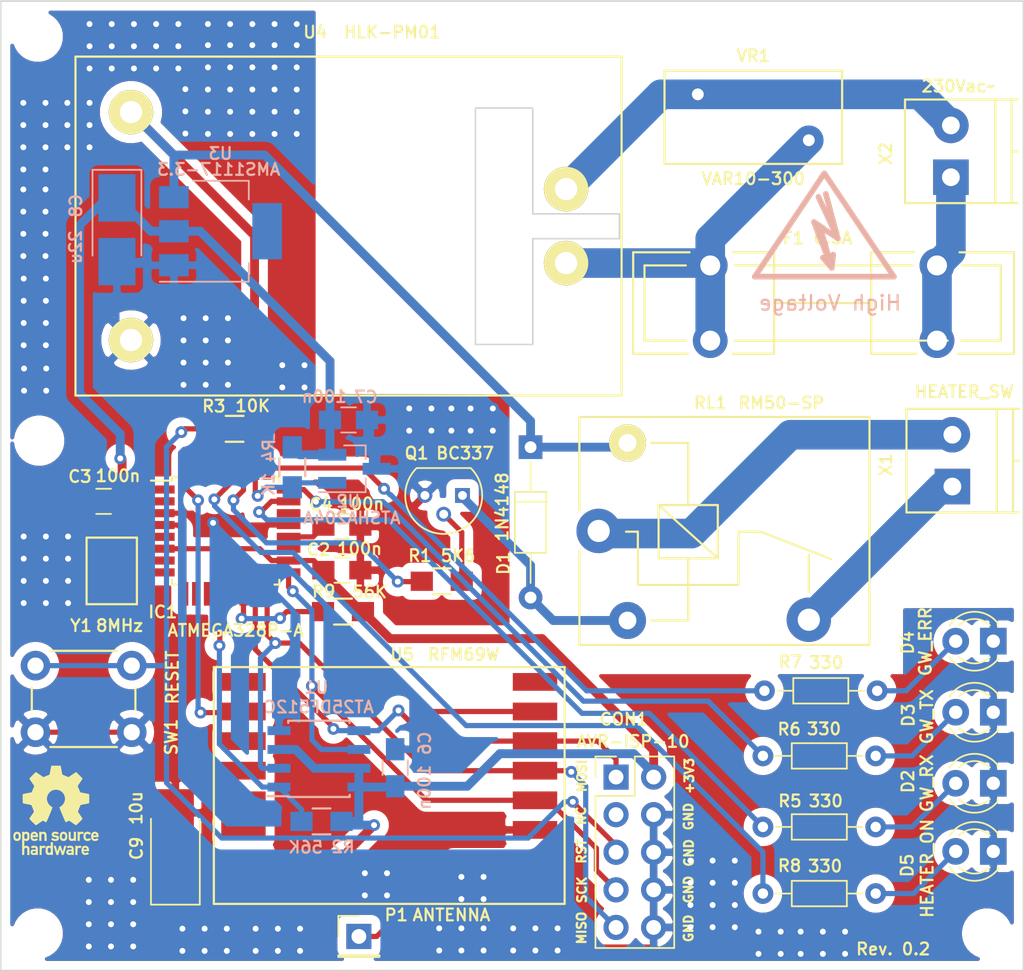
<source format=kicad_pcb>
(kicad_pcb (version 20170123) (host pcbnew no-vcs-found-7652~57~ubuntu16.04.1)
  (layers (0 F.Cu signal) (31 B.Cu signal) (34 B.Paste user) (35 F.Paste user) (36 B.SilkS user) (37 F.SilkS user) (38 B.Mask user) (39 F.Mask user) (44 Edge.Cuts user))
  (net 0 "")
  (net 1 GND)
  (net 2 +3V3)
  (net 3 "Net-(C4-Pad2)")
  (net 4 /RST)
  (net 5 /MISO)
  (net 6 /SCK)
  (net 7 /MOSI)
  (net 8 "Net-(D1-Pad2)")
  (net 9 +5V)
  (net 10 "Net-(D2-Pad2)")
  (net 11 "Net-(D3-Pad2)")
  (net 12 "Net-(D4-Pad2)")
  (net 13 "Net-(D5-Pad2)")
  (net 14 "Net-(F1-Pad1)")
  (net 15 "Net-(F1-Pad2)")
  (net 16 /H_RELAY_CMD)
  (net 17 /ATSHA204A)
  (net 18 /ERR_LED)
  (net 19 /TX_LED)
  (net 20 /RX_LED)
  (net 21 /SPI_FLASH_SS)
  (net 22 "Net-(IC1-Pad8)")
  (net 23 "Net-(IC1-Pad7)")
  (net 24 "Net-(P1-Pad1)")
  (net 25 "Net-(Q1-Pad2)")
  (net 26 /HEATER_ON_LED)
  (net 27 "Net-(RL1-Pad11)")
  (net 28 "Net-(RL1-Pad14)")
  (net 29 "Net-(U4-Pad2)")
  (net 30 /RFM69W_INT)
  (net 31 /RFM69W_SS)
  (module myfootprints:1pin (layer F.Cu) (at 147.775 116.65)
    (fp_text reference REF** hide)
    (fp_text value 1pin hide)
    (pad "" thru_hole circle (at 0 0) (size 0.8 0.8) (drill 0.4) (layers *.Cu) (net 1 GND))
  )
  (module myfootprints:1pin (layer F.Cu) (at 147.775 118.15)
    (fp_text reference REF** hide)
    (fp_text value 1pin hide)
    (pad "" thru_hole circle (at 0 0) (size 0.8 0.8) (drill 0.4) (layers *.Cu) (net 1 GND))
  )
  (module myfootprints:1pin (layer F.Cu) (at 146.275 118.15)
    (fp_text reference REF** hide)
    (fp_text value 1pin hide)
    (pad "" thru_hole circle (at 0 0) (size 0.8 0.8) (drill 0.4) (layers *.Cu) (net 1 GND))
  )
  (module myfootprints:1pin (layer F.Cu) (at 146.275 116.65)
    (fp_text reference REF** hide)
    (fp_text value 1pin hide)
    (pad "" thru_hole circle (at 0 0) (size 0.8 0.8) (drill 0.4) (layers *.Cu) (net 1 GND))
  )
  (module myfootprints:1pin (layer F.Cu) (at 141.25 116.4)
    (fp_text reference REF** hide)
    (fp_text value 1pin hide)
    (pad "" thru_hole circle (at 0 0) (size 0.8 0.8) (drill 0.4) (layers *.Cu) (net 1 GND))
  )
  (module myfootprints:1pin (layer F.Cu) (at 141.25 117.9)
    (fp_text reference REF** hide)
    (fp_text value 1pin hide)
    (pad "" thru_hole circle (at 0 0) (size 0.8 0.8) (drill 0.4) (layers *.Cu) (net 1 GND))
  )
  (module myfootprints:1pin (layer F.Cu) (at 139.75 117.9)
    (fp_text reference REF** hide)
    (fp_text value 1pin hide)
    (pad "" thru_hole circle (at 0 0) (size 0.8 0.8) (drill 0.4) (layers *.Cu) (net 1 GND))
  )
  (module myfootprints:1pin (layer F.Cu) (at 139.75 116.4)
    (fp_text reference REF** hide)
    (fp_text value 1pin hide)
    (pad "" thru_hole circle (at 0 0) (size 0.8 0.8) (drill 0.4) (layers *.Cu) (net 1 GND))
  )
  (module myfootprints:1pin (layer F.Cu) (at 135.675 82.075)
    (fp_text reference REF** hide)
    (fp_text value 1pin hide)
    (pad "" thru_hole circle (at 0 0) (size 0.8 0.8) (drill 0.4) (layers *.Cu) (net 1 GND))
  )
  (module myfootprints:1pin (layer F.Cu) (at 135.675 83.575)
    (fp_text reference REF** hide)
    (fp_text value 1pin hide)
    (pad "" thru_hole circle (at 0 0) (size 0.8 0.8) (drill 0.4) (layers *.Cu) (net 1 GND))
  )
  (module myfootprints:1pin (layer F.Cu) (at 134.175 83.575)
    (fp_text reference REF** hide)
    (fp_text value 1pin hide)
    (pad "" thru_hole circle (at 0 0) (size 0.8 0.8) (drill 0.4) (layers *.Cu) (net 1 GND))
  )
  (module myfootprints:1pin (layer F.Cu) (at 134.175 82.075)
    (fp_text reference REF** hide)
    (fp_text value 1pin hide)
    (pad "" thru_hole circle (at 0 0) (size 0.8 0.8) (drill 0.4) (layers *.Cu) (net 1 GND))
  )
  (module myfootprints:1pin (layer F.Cu) (at 121.15 67.35)
    (fp_text reference REF** hide)
    (fp_text value 1pin hide)
    (pad "" thru_hole circle (at 0 0) (size 0.8 0.8) (drill 0.4) (layers *.Cu) (net 1 GND))
  )
  (module myfootprints:1pin (layer F.Cu) (at 119.65 65.85)
    (fp_text reference REF** hide)
    (fp_text value 1pin hide)
    (pad "" thru_hole circle (at 0 0) (size 0.8 0.8) (drill 0.4) (layers *.Cu) (net 1 GND))
  )
  (module myfootprints:1pin (layer F.Cu) (at 121.15 64.35)
    (fp_text reference REF** hide)
    (fp_text value 1pin hide)
    (pad "" thru_hole circle (at 0 0) (size 0.8 0.8) (drill 0.4) (layers *.Cu) (net 1 GND))
  )
  (module myfootprints:1pin (layer F.Cu) (at 119.65 64.35)
    (fp_text reference REF** hide)
    (fp_text value 1pin hide)
    (pad "" thru_hole circle (at 0 0) (size 0.8 0.8) (drill 0.4) (layers *.Cu) (net 1 GND))
  )
  (module myfootprints:1pin (layer F.Cu) (at 119.65 67.35)
    (fp_text reference REF** hide)
    (fp_text value 1pin hide)
    (pad "" thru_hole circle (at 0 0) (size 0.8 0.8) (drill 0.4) (layers *.Cu) (net 1 GND))
  )
  (module myfootprints:1pin (layer F.Cu) (at 121.15 65.85)
    (fp_text reference REF** hide)
    (fp_text value 1pin hide)
    (pad "" thru_hole circle (at 0 0) (size 0.8 0.8) (drill 0.4) (layers *.Cu) (net 1 GND))
  )
  (module myfootprints:1pin (layer F.Cu) (at 127.625 66.425)
    (fp_text reference REF** hide)
    (fp_text value 1pin hide)
    (pad "" thru_hole circle (at 0 0) (size 0.8 0.8) (drill 0.4) (layers *.Cu) (net 1 GND))
  )
  (module myfootprints:1pin (layer F.Cu) (at 127.625 64.925)
    (fp_text reference REF** hide)
    (fp_text value 1pin hide)
    (pad "" thru_hole circle (at 0 0) (size 0.8 0.8) (drill 0.4) (layers *.Cu) (net 1 GND))
  )
  (module myfootprints:1pin (layer F.Cu) (at 127.625 63.425)
    (fp_text reference REF** hide)
    (fp_text value 1pin hide)
    (pad "" thru_hole circle (at 0 0) (size 0.8 0.8) (drill 0.4) (layers *.Cu) (net 1 GND))
  )
  (module myfootprints:1pin (layer F.Cu) (at 130.65 59.025)
    (fp_text reference REF** hide)
    (fp_text value 1pin hide)
    (pad "" thru_hole circle (at 0 0) (size 0.8 0.8) (drill 0.4) (layers *.Cu) (net 1 GND))
  )
  (module myfootprints:1pin (layer F.Cu) (at 132.15 59.025)
    (fp_text reference REF** hide)
    (fp_text value 1pin hide)
    (pad "" thru_hole circle (at 0 0) (size 0.8 0.8) (drill 0.4) (layers *.Cu) (net 1 GND))
  )
  (module myfootprints:1pin (layer F.Cu) (at 133.65 59.025)
    (fp_text reference REF** hide)
    (fp_text value 1pin hide)
    (pad "" thru_hole circle (at 0 0) (size 0.8 0.8) (drill 0.4) (layers *.Cu) (net 1 GND))
  )
  (module myfootprints:1pin (layer F.Cu) (at 135.15 59.025)
    (fp_text reference REF** hide)
    (fp_text value 1pin hide)
    (pad "" thru_hole circle (at 0 0) (size 0.8 0.8) (drill 0.4) (layers *.Cu) (net 1 GND))
  )
  (module myfootprints:1pin (layer F.Cu) (at 129.15 59.025)
    (fp_text reference REF** hide)
    (fp_text value 1pin hide)
    (pad "" thru_hole circle (at 0 0) (size 0.8 0.8) (drill 0.4) (layers *.Cu) (net 1 GND))
  )
  (module myfootprints:1pin (layer F.Cu) (at 122.65 62.025)
    (fp_text reference REF** hide)
    (fp_text value 1pin hide)
    (pad "" thru_hole circle (at 0 0) (size 0.8 0.8) (drill 0.4) (layers *.Cu) (net 1 GND))
  )
  (module myfootprints:1pin (layer F.Cu) (at 124.15 60.525)
    (fp_text reference REF** hide)
    (fp_text value 1pin hide)
    (pad "" thru_hole circle (at 0 0) (size 0.8 0.8) (drill 0.4) (layers *.Cu) (net 1 GND))
  )
  (module myfootprints:1pin (layer F.Cu) (at 121.15 62.025)
    (fp_text reference REF** hide)
    (fp_text value 1pin hide)
    (pad "" thru_hole circle (at 0 0) (size 0.8 0.8) (drill 0.4) (layers *.Cu) (net 1 GND))
  )
  (module myfootprints:1pin (layer F.Cu) (at 125.65 60.525)
    (fp_text reference REF** hide)
    (fp_text value 1pin hide)
    (pad "" thru_hole circle (at 0 0) (size 0.8 0.8) (drill 0.4) (layers *.Cu) (net 1 GND))
  )
  (module myfootprints:1pin (layer F.Cu) (at 124.15 59.025)
    (fp_text reference REF** hide)
    (fp_text value 1pin hide)
    (pad "" thru_hole circle (at 0 0) (size 0.8 0.8) (drill 0.4) (layers *.Cu) (net 1 GND))
  )
  (module myfootprints:1pin (layer F.Cu) (at 122.65 60.525)
    (fp_text reference REF** hide)
    (fp_text value 1pin hide)
    (pad "" thru_hole circle (at 0 0) (size 0.8 0.8) (drill 0.4) (layers *.Cu) (net 1 GND))
  )
  (module myfootprints:1pin (layer F.Cu) (at 121.15 60.525)
    (fp_text reference REF** hide)
    (fp_text value 1pin hide)
    (pad "" thru_hole circle (at 0 0) (size 0.8 0.8) (drill 0.4) (layers *.Cu) (net 1 GND))
  )
  (module myfootprints:1pin (layer F.Cu) (at 125.65 59.025)
    (fp_text reference REF** hide)
    (fp_text value 1pin hide)
    (pad "" thru_hole circle (at 0 0) (size 0.8 0.8) (drill 0.4) (layers *.Cu) (net 1 GND))
  )
  (module myfootprints:1pin (layer F.Cu) (at 124.15 62.025)
    (fp_text reference REF** hide)
    (fp_text value 1pin hide)
    (pad "" thru_hole circle (at 0 0) (size 0.8 0.8) (drill 0.4) (layers *.Cu) (net 1 GND))
  )
  (module myfootprints:1pin (layer F.Cu) (at 127.15 60.525)
    (fp_text reference REF** hide)
    (fp_text value 1pin hide)
    (pad "" thru_hole circle (at 0 0) (size 0.8 0.8) (drill 0.4) (layers *.Cu) (net 1 GND))
  )
  (module myfootprints:1pin (layer F.Cu) (at 121.15 59.025)
    (fp_text reference REF** hide)
    (fp_text value 1pin hide)
    (pad "" thru_hole circle (at 0 0) (size 0.8 0.8) (drill 0.4) (layers *.Cu) (net 1 GND))
  )
  (module myfootprints:1pin (layer F.Cu) (at 127.15 62.025)
    (fp_text reference REF** hide)
    (fp_text value 1pin hide)
    (pad "" thru_hole circle (at 0 0) (size 0.8 0.8) (drill 0.4) (layers *.Cu) (net 1 GND))
  )
  (module myfootprints:1pin (layer F.Cu) (at 125.65 62.025)
    (fp_text reference REF** hide)
    (fp_text value 1pin hide)
    (pad "" thru_hole circle (at 0 0) (size 0.8 0.8) (drill 0.4) (layers *.Cu) (net 1 GND))
  )
  (module myfootprints:1pin (layer F.Cu) (at 127.15 59.025)
    (fp_text reference REF** hide)
    (fp_text value 1pin hide)
    (pad "" thru_hole circle (at 0 0) (size 0.8 0.8) (drill 0.4) (layers *.Cu) (net 1 GND))
  )
  (module myfootprints:1pin (layer F.Cu) (at 122.65 59.025)
    (fp_text reference REF** hide)
    (fp_text value 1pin hide)
    (pad "" thru_hole circle (at 0 0) (size 0.8 0.8) (drill 0.4) (layers *.Cu) (net 1 GND))
  )
  (module myfootprints:1pin (layer F.Cu) (at 118.225 82.3)
    (fp_text reference REF** hide)
    (fp_text value 1pin hide)
    (pad "" thru_hole circle (at 0 0) (size 0.8 0.8) (drill 0.4) (layers *.Cu) (net 1 GND))
  )
  (module myfootprints:1pin (layer F.Cu) (at 118.225 83.8)
    (fp_text reference REF** hide)
    (fp_text value 1pin hide)
    (pad "" thru_hole circle (at 0 0) (size 0.8 0.8) (drill 0.4) (layers *.Cu) (net 1 GND))
  )
  (module myfootprints:1pin (layer F.Cu) (at 116.725 83.8)
    (fp_text reference REF** hide)
    (fp_text value 1pin hide)
    (pad "" thru_hole circle (at 0 0) (size 0.8 0.8) (drill 0.4) (layers *.Cu) (net 1 GND))
  )
  (module myfootprints:1pin (layer F.Cu) (at 116.725 82.3)
    (fp_text reference REF** hide)
    (fp_text value 1pin hide)
    (pad "" thru_hole circle (at 0 0) (size 0.8 0.8) (drill 0.4) (layers *.Cu) (net 1 GND))
  )
  (module myfootprints:1pin (layer F.Cu) (at 148.4 86.5)
    (fp_text reference REF** hide)
    (fp_text value 1pin hide)
    (pad "" thru_hole circle (at 0 0) (size 0.8 0.8) (drill 0.4) (layers *.Cu) (net 1 GND))
  )
  (module myfootprints:1pin (layer F.Cu) (at 146.9 85)
    (fp_text reference REF** hide)
    (fp_text value 1pin hide)
    (pad "" thru_hole circle (at 0 0) (size 0.8 0.8) (drill 0.4) (layers *.Cu) (net 1 GND))
  )
  (module myfootprints:1pin (layer F.Cu) (at 148.4 85)
    (fp_text reference REF** hide)
    (fp_text value 1pin hide)
    (pad "" thru_hole circle (at 0 0) (size 0.8 0.8) (drill 0.4) (layers *.Cu) (net 1 GND))
  )
  (module myfootprints:1pin (layer F.Cu) (at 146.9 86.5)
    (fp_text reference REF** hide)
    (fp_text value 1pin hide)
    (pad "" thru_hole circle (at 0 0) (size 0.8 0.8) (drill 0.4) (layers *.Cu) (net 1 GND))
  )
  (module myfootprints:1pin (layer F.Cu) (at 144.25 86.5)
    (fp_text reference REF** hide)
    (fp_text value 1pin hide)
    (pad "" thru_hole circle (at 0 0) (size 0.8 0.8) (drill 0.4) (layers *.Cu) (net 1 GND))
  )
  (module myfootprints:1pin (layer F.Cu) (at 145.6 85)
    (fp_text reference REF** hide)
    (fp_text value 1pin hide)
    (pad "" thru_hole circle (at 0 0) (size 0.8 0.8) (drill 0.4) (layers *.Cu) (net 1 GND))
  )
  (module myfootprints:1pin (layer F.Cu) (at 144.25 85)
    (fp_text reference REF** hide)
    (fp_text value 1pin hide)
    (pad "" thru_hole circle (at 0 0) (size 0.8 0.8) (drill 0.4) (layers *.Cu) (net 1 GND))
  )
  (module myfootprints:1pin (layer F.Cu) (at 142.75 85)
    (fp_text reference REF** hide)
    (fp_text value 1pin hide)
    (pad "" thru_hole circle (at 0 0) (size 0.8 0.8) (drill 0.4) (layers *.Cu) (net 1 GND))
  )
  (module myfootprints:1pin (layer F.Cu) (at 142.75 86.5)
    (fp_text reference REF** hide)
    (fp_text value 1pin hide)
    (pad "" thru_hole circle (at 0 0) (size 0.8 0.8) (drill 0.4) (layers *.Cu) (net 1 GND))
  )
  (module myfootprints:1pin (layer F.Cu) (at 145.6 86.5)
    (fp_text reference REF** hide)
    (fp_text value 1pin hide)
    (pad "" thru_hole circle (at 0 0) (size 0.8 0.8) (drill 0.4) (layers *.Cu) (net 1 GND))
  )
  (module myfootprints:1pin (layer F.Cu) (at 167.85 120.35)
    (fp_text reference REF** hide)
    (fp_text value 1pin hide)
    (pad "" thru_hole circle (at 0 0) (size 0.8 0.8) (drill 0.4) (layers *.Cu) (net 1 GND))
  )
  (module myfootprints:1pin (layer F.Cu) (at 167.85 121.85)
    (fp_text reference REF** hide)
    (fp_text value 1pin hide)
    (pad "" thru_hole circle (at 0 0) (size 0.8 0.8) (drill 0.4) (layers *.Cu) (net 1 GND))
  )
  (module myfootprints:1pin (layer F.Cu) (at 166.35 121.85)
    (fp_text reference REF** hide)
    (fp_text value 1pin hide)
    (pad "" thru_hole circle (at 0 0) (size 0.8 0.8) (drill 0.4) (layers *.Cu) (net 1 GND))
  )
  (module myfootprints:1pin (layer F.Cu) (at 166.35 120.35)
    (fp_text reference REF** hide)
    (fp_text value 1pin hide)
    (pad "" thru_hole circle (at 0 0) (size 0.8 0.8) (drill 0.4) (layers *.Cu) (net 1 GND))
  )
  (module myfootprints:1pin (layer F.Cu) (at 170.7 120.35)
    (fp_text reference REF** hide)
    (fp_text value 1pin hide)
    (pad "" thru_hole circle (at 0 0) (size 0.8 0.8) (drill 0.4) (layers *.Cu) (net 1 GND))
  )
  (module myfootprints:1pin (layer F.Cu) (at 170.7 121.85)
    (fp_text reference REF** hide)
    (fp_text value 1pin hide)
    (pad "" thru_hole circle (at 0 0) (size 0.8 0.8) (drill 0.4) (layers *.Cu) (net 1 GND))
  )
  (module myfootprints:1pin (layer F.Cu) (at 169.2 121.85)
    (fp_text reference REF** hide)
    (fp_text value 1pin hide)
    (pad "" thru_hole circle (at 0 0) (size 0.8 0.8) (drill 0.4) (layers *.Cu) (net 1 GND))
  )
  (module myfootprints:1pin (layer F.Cu) (at 172.2 121.85)
    (fp_text reference REF** hide)
    (fp_text value 1pin hide)
    (pad "" thru_hole circle (at 0 0) (size 0.8 0.8) (drill 0.4) (layers *.Cu) (net 1 GND))
  )
  (module myfootprints:1pin (layer F.Cu) (at 169.2 120.35)
    (fp_text reference REF** hide)
    (fp_text value 1pin hide)
    (pad "" thru_hole circle (at 0 0) (size 0.8 0.8) (drill 0.4) (layers *.Cu) (net 1 GND))
  )
  (module myfootprints:1pin (layer F.Cu) (at 172.2 120.35)
    (fp_text reference REF** hide)
    (fp_text value 1pin hide)
    (pad "" thru_hole circle (at 0 0) (size 0.8 0.8) (drill 0.4) (layers *.Cu) (net 1 GND))
  )
  (module myfootprints:1pin (layer F.Cu) (at 127.425 121.65)
    (fp_text reference REF** hide)
    (fp_text value 1pin hide)
    (pad "" thru_hole circle (at 0 0) (size 0.8 0.8) (drill 0.4) (layers *.Cu) (net 1 GND))
  )
  (module myfootprints:1pin (layer F.Cu) (at 130.425 121.65)
    (fp_text reference REF** hide)
    (fp_text value 1pin hide)
    (pad "" thru_hole circle (at 0 0) (size 0.8 0.8) (drill 0.4) (layers *.Cu) (net 1 GND))
  )
  (module myfootprints:1pin (layer F.Cu) (at 128.925 121.65)
    (fp_text reference REF** hide)
    (fp_text value 1pin hide)
    (pad "" thru_hole circle (at 0 0) (size 0.8 0.8) (drill 0.4) (layers *.Cu) (net 1 GND))
  )
  (module myfootprints:1pin (layer F.Cu) (at 130.425 120.15)
    (fp_text reference REF** hide)
    (fp_text value 1pin hide)
    (pad "" thru_hole circle (at 0 0) (size 0.8 0.8) (drill 0.4) (layers *.Cu) (net 1 GND))
  )
  (module myfootprints:1pin (layer F.Cu) (at 127.425 120.15)
    (fp_text reference REF** hide)
    (fp_text value 1pin hide)
    (pad "" thru_hole circle (at 0 0) (size 0.8 0.8) (drill 0.4) (layers *.Cu) (net 1 GND))
  )
  (module myfootprints:1pin (layer F.Cu) (at 128.925 120.15)
    (fp_text reference REF** hide)
    (fp_text value 1pin hide)
    (pad "" thru_hole circle (at 0 0) (size 0.8 0.8) (drill 0.4) (layers *.Cu) (net 1 GND))
  )
  (module myfootprints:1pin (layer F.Cu) (at 151.275 120.125)
    (fp_text reference REF** hide)
    (fp_text value 1pin hide)
    (pad "" thru_hole circle (at 0 0) (size 0.8 0.8) (drill 0.4) (layers *.Cu) (net 1 GND))
  )
  (module myfootprints:1pin (layer F.Cu) (at 151.275 121.625)
    (fp_text reference REF** hide)
    (fp_text value 1pin hide)
    (pad "" thru_hole circle (at 0 0) (size 0.8 0.8) (drill 0.4) (layers *.Cu) (net 1 GND))
  )
  (module myfootprints:1pin (layer F.Cu) (at 149.775 121.625)
    (fp_text reference REF** hide)
    (fp_text value 1pin hide)
    (pad "" thru_hole circle (at 0 0) (size 0.8 0.8) (drill 0.4) (layers *.Cu) (net 1 GND))
  )
  (module myfootprints:1pin (layer F.Cu) (at 152.775 121.625)
    (fp_text reference REF** hide)
    (fp_text value 1pin hide)
    (pad "" thru_hole circle (at 0 0) (size 0.8 0.8) (drill 0.4) (layers *.Cu) (net 1 GND))
  )
  (module myfootprints:1pin (layer F.Cu) (at 149.775 120.125)
    (fp_text reference REF** hide)
    (fp_text value 1pin hide)
    (pad "" thru_hole circle (at 0 0) (size 0.8 0.8) (drill 0.4) (layers *.Cu) (net 1 GND))
  )
  (module myfootprints:1pin (layer F.Cu) (at 152.775 120.125)
    (fp_text reference REF** hide)
    (fp_text value 1pin hide)
    (pad "" thru_hole circle (at 0 0) (size 0.8 0.8) (drill 0.4) (layers *.Cu) (net 1 GND))
  )
  (module myfootprints:1pin (layer F.Cu) (at 144.775 121.625)
    (fp_text reference REF** hide)
    (fp_text value 1pin hide)
    (pad "" thru_hole circle (at 0 0) (size 0.8 0.8) (drill 0.4) (layers *.Cu) (net 1 GND))
  )
  (module myfootprints:1pin (layer F.Cu) (at 147.775 121.625)
    (fp_text reference REF** hide)
    (fp_text value 1pin hide)
    (pad "" thru_hole circle (at 0 0) (size 0.8 0.8) (drill 0.4) (layers *.Cu) (net 1 GND))
  )
  (module myfootprints:1pin (layer F.Cu) (at 146.275 121.625)
    (fp_text reference REF** hide)
    (fp_text value 1pin hide)
    (pad "" thru_hole circle (at 0 0) (size 0.8 0.8) (drill 0.4) (layers *.Cu) (net 1 GND))
  )
  (module myfootprints:1pin (layer F.Cu) (at 147.775 120.125)
    (fp_text reference REF** hide)
    (fp_text value 1pin hide)
    (pad "" thru_hole circle (at 0 0) (size 0.8 0.8) (drill 0.4) (layers *.Cu) (net 1 GND))
  )
  (module myfootprints:1pin (layer F.Cu) (at 144.775 120.125)
    (fp_text reference REF** hide)
    (fp_text value 1pin hide)
    (pad "" thru_hole circle (at 0 0) (size 0.8 0.8) (drill 0.4) (layers *.Cu) (net 1 GND))
  )
  (module myfootprints:1pin (layer F.Cu) (at 146.275 120.125)
    (fp_text reference REF** hide)
    (fp_text value 1pin hide)
    (pad "" thru_hole circle (at 0 0) (size 0.8 0.8) (drill 0.4) (layers *.Cu) (net 1 GND))
  )
  (module myfootprints:1pin (layer F.Cu) (at 133.875 121.65)
    (fp_text reference REF** hide)
    (fp_text value 1pin hide)
    (pad "" thru_hole circle (at 0 0) (size 0.8 0.8) (drill 0.4) (layers *.Cu) (net 1 GND))
  )
  (module myfootprints:1pin (layer F.Cu) (at 133.875 120.15)
    (fp_text reference REF** hide)
    (fp_text value 1pin hide)
    (pad "" thru_hole circle (at 0 0) (size 0.8 0.8) (drill 0.4) (layers *.Cu) (net 1 GND))
  )
  (module myfootprints:1pin (layer F.Cu) (at 135.375 120.15)
    (fp_text reference REF** hide)
    (fp_text value 1pin hide)
    (pad "" thru_hole circle (at 0 0) (size 0.8 0.8) (drill 0.4) (layers *.Cu) (net 1 GND))
  )
  (module myfootprints:1pin (layer F.Cu) (at 135.375 121.65)
    (fp_text reference REF** hide)
    (fp_text value 1pin hide)
    (pad "" thru_hole circle (at 0 0) (size 0.8 0.8) (drill 0.4) (layers *.Cu) (net 1 GND))
  )
  (module myfootprints:1pin (layer F.Cu) (at 132.375 121.65)
    (fp_text reference REF** hide)
    (fp_text value 1pin hide)
    (pad "" thru_hole circle (at 0 0) (size 0.8 0.8) (drill 0.4) (layers *.Cu) (net 1 GND))
  )
  (module myfootprints:1pin (layer F.Cu) (at 132.375 120.15)
    (fp_text reference REF** hide)
    (fp_text value 1pin hide)
    (pad "" thru_hole circle (at 0 0) (size 0.8 0.8) (drill 0.4) (layers *.Cu) (net 1 GND))
  )
  (module myfootprints:1pin (layer F.Cu) (at 116.7 80.725)
    (fp_text reference REF** hide)
    (fp_text value 1pin hide)
    (pad "" thru_hole circle (at 0 0) (size 0.8 0.8) (drill 0.4) (layers *.Cu) (net 1 GND))
  )
  (module myfootprints:1pin (layer F.Cu) (at 116.7 79.225)
    (fp_text reference REF** hide)
    (fp_text value 1pin hide)
    (pad "" thru_hole circle (at 0 0) (size 0.8 0.8) (drill 0.4) (layers *.Cu) (net 1 GND))
  )
  (module myfootprints:1pin (layer F.Cu) (at 118.2 80.725)
    (fp_text reference REF** hide)
    (fp_text value 1pin hide)
    (pad "" thru_hole circle (at 0 0) (size 0.8 0.8) (drill 0.4) (layers *.Cu) (net 1 GND))
  )
  (module myfootprints:1pin (layer F.Cu) (at 118.2 77.725)
    (fp_text reference REF** hide)
    (fp_text value 1pin hide)
    (pad "" thru_hole circle (at 0 0) (size 0.8 0.8) (drill 0.4) (layers *.Cu) (net 1 GND))
  )
  (module myfootprints:1pin (layer F.Cu) (at 116.7 76.225)
    (fp_text reference REF** hide)
    (fp_text value 1pin hide)
    (pad "" thru_hole circle (at 0 0) (size 0.8 0.8) (drill 0.4) (layers *.Cu) (net 1 GND))
  )
  (module myfootprints:1pin (layer F.Cu) (at 118.2 79.225)
    (fp_text reference REF** hide)
    (fp_text value 1pin hide)
    (pad "" thru_hole circle (at 0 0) (size 0.8 0.8) (drill 0.4) (layers *.Cu) (net 1 GND))
  )
  (module myfootprints:1pin (layer F.Cu) (at 118.2 76.225)
    (fp_text reference REF** hide)
    (fp_text value 1pin hide)
    (pad "" thru_hole circle (at 0 0) (size 0.8 0.8) (drill 0.4) (layers *.Cu) (net 1 GND))
  )
  (module myfootprints:1pin (layer F.Cu) (at 116.7 77.725)
    (fp_text reference REF** hide)
    (fp_text value 1pin hide)
    (pad "" thru_hole circle (at 0 0) (size 0.8 0.8) (drill 0.4) (layers *.Cu) (net 1 GND))
  )
  (module myfootprints:1pin (layer F.Cu) (at 118.175 73.2)
    (fp_text reference REF** hide)
    (fp_text value 1pin hide)
    (pad "" thru_hole circle (at 0 0) (size 0.8 0.8) (drill 0.4) (layers *.Cu) (net 1 GND))
  )
  (module myfootprints:1pin (layer F.Cu) (at 116.675 71.7)
    (fp_text reference REF** hide)
    (fp_text value 1pin hide)
    (pad "" thru_hole circle (at 0 0) (size 0.8 0.8) (drill 0.4) (layers *.Cu) (net 1 GND))
  )
  (module myfootprints:1pin (layer F.Cu) (at 118.175 70.2)
    (fp_text reference REF** hide)
    (fp_text value 1pin hide)
    (pad "" thru_hole circle (at 0 0) (size 0.8 0.8) (drill 0.4) (layers *.Cu) (net 1 GND))
  )
  (module myfootprints:1pin (layer F.Cu) (at 116.675 70.2)
    (fp_text reference REF** hide)
    (fp_text value 1pin hide)
    (pad "" thru_hole circle (at 0 0) (size 0.8 0.8) (drill 0.4) (layers *.Cu) (net 1 GND))
  )
  (module myfootprints:1pin (layer F.Cu) (at 118.175 74.7)
    (fp_text reference REF** hide)
    (fp_text value 1pin hide)
    (pad "" thru_hole circle (at 0 0) (size 0.8 0.8) (drill 0.4) (layers *.Cu) (net 1 GND))
  )
  (module myfootprints:1pin (layer F.Cu) (at 116.675 74.7)
    (fp_text reference REF** hide)
    (fp_text value 1pin hide)
    (pad "" thru_hole circle (at 0 0) (size 0.8 0.8) (drill 0.4) (layers *.Cu) (net 1 GND))
  )
  (module myfootprints:1pin (layer F.Cu) (at 116.675 73.2)
    (fp_text reference REF** hide)
    (fp_text value 1pin hide)
    (pad "" thru_hole circle (at 0 0) (size 0.8 0.8) (drill 0.4) (layers *.Cu) (net 1 GND))
  )
  (module myfootprints:1pin (layer F.Cu) (at 118.175 71.7)
    (fp_text reference REF** hide)
    (fp_text value 1pin hide)
    (pad "" thru_hole circle (at 0 0) (size 0.8 0.8) (drill 0.4) (layers *.Cu) (net 1 GND))
  )
  (module myfootprints:1pin (layer F.Cu) (at 116.675 65.85)
    (fp_text reference REF** hide)
    (fp_text value 1pin hide)
    (pad "" thru_hole circle (at 0 0) (size 0.8 0.8) (drill 0.4) (layers *.Cu) (net 1 GND))
  )
  (module myfootprints:1pin (layer F.Cu) (at 118.175 68.85)
    (fp_text reference REF** hide)
    (fp_text value 1pin hide)
    (pad "" thru_hole circle (at 0 0) (size 0.8 0.8) (drill 0.4) (layers *.Cu) (net 1 GND))
  )
  (module myfootprints:1pin (layer F.Cu) (at 118.175 67.35)
    (fp_text reference REF** hide)
    (fp_text value 1pin hide)
    (pad "" thru_hole circle (at 0 0) (size 0.8 0.8) (drill 0.4) (layers *.Cu) (net 1 GND))
  )
  (module myfootprints:1pin (layer F.Cu) (at 118.175 65.85)
    (fp_text reference REF** hide)
    (fp_text value 1pin hide)
    (pad "" thru_hole circle (at 0 0) (size 0.8 0.8) (drill 0.4) (layers *.Cu) (net 1 GND))
  )
  (module myfootprints:1pin (layer F.Cu) (at 118.175 64.35)
    (fp_text reference REF** hide)
    (fp_text value 1pin hide)
    (pad "" thru_hole circle (at 0 0) (size 0.8 0.8) (drill 0.4) (layers *.Cu) (net 1 GND))
  )
  (module myfootprints:1pin (layer F.Cu) (at 116.675 64.35)
    (fp_text reference REF** hide)
    (fp_text value 1pin hide)
    (pad "" thru_hole circle (at 0 0) (size 0.8 0.8) (drill 0.4) (layers *.Cu) (net 1 GND))
  )
  (module myfootprints:1pin (layer F.Cu) (at 116.675 68.85)
    (fp_text reference REF** hide)
    (fp_text value 1pin hide)
    (pad "" thru_hole circle (at 0 0) (size 0.8 0.8) (drill 0.4) (layers *.Cu) (net 1 GND))
  )
  (module myfootprints:1pin (layer F.Cu) (at 116.675 67.35)
    (fp_text reference REF** hide)
    (fp_text value 1pin hide)
    (pad "" thru_hole circle (at 0 0) (size 0.8 0.8) (drill 0.4) (layers *.Cu) (net 1 GND))
  )
  (module myfootprints:1pin (layer F.Cu) (at 122.6 121.35)
    (fp_text reference REF** hide)
    (fp_text value 1pin hide)
    (pad "" thru_hole circle (at 0 0) (size 0.8 0.8) (drill 0.4) (layers *.Cu) (net 1 GND))
  )
  (module myfootprints:1pin (layer F.Cu) (at 122.6 116.85)
    (fp_text reference REF** hide)
    (fp_text value 1pin hide)
    (pad "" thru_hole circle (at 0 0) (size 0.8 0.8) (drill 0.4) (layers *.Cu) (net 1 GND))
  )
  (module myfootprints:1pin (layer F.Cu) (at 121.1 116.85)
    (fp_text reference REF** hide)
    (fp_text value 1pin hide)
    (pad "" thru_hole circle (at 0 0) (size 0.8 0.8) (drill 0.4) (layers *.Cu) (net 1 GND))
  )
  (module myfootprints:1pin (layer F.Cu) (at 121.1 121.35)
    (fp_text reference REF** hide)
    (fp_text value 1pin hide)
    (pad "" thru_hole circle (at 0 0) (size 0.8 0.8) (drill 0.4) (layers *.Cu) (net 1 GND))
  )
  (module myfootprints:1pin (layer F.Cu) (at 122.6 119.85)
    (fp_text reference REF** hide)
    (fp_text value 1pin hide)
    (pad "" thru_hole circle (at 0 0) (size 0.8 0.8) (drill 0.4) (layers *.Cu) (net 1 GND))
  )
  (module myfootprints:1pin (layer F.Cu) (at 121.1 119.85)
    (fp_text reference REF** hide)
    (fp_text value 1pin hide)
    (pad "" thru_hole circle (at 0 0) (size 0.8 0.8) (drill 0.4) (layers *.Cu) (net 1 GND))
  )
  (module myfootprints:1pin (layer F.Cu) (at 121.1 118.35)
    (fp_text reference REF** hide)
    (fp_text value 1pin hide)
    (pad "" thru_hole circle (at 0 0) (size 0.8 0.8) (drill 0.4) (layers *.Cu) (net 1 GND))
  )
  (module myfootprints:1pin (layer F.Cu) (at 124.1 116.85)
    (fp_text reference REF** hide)
    (fp_text value 1pin hide)
    (pad "" thru_hole circle (at 0 0) (size 0.8 0.8) (drill 0.4) (layers *.Cu) (net 1 GND))
  )
  (module myfootprints:1pin (layer F.Cu) (at 124.1 119.85)
    (fp_text reference REF** hide)
    (fp_text value 1pin hide)
    (pad "" thru_hole circle (at 0 0) (size 0.8 0.8) (drill 0.4) (layers *.Cu) (net 1 GND))
  )
  (module myfootprints:1pin (layer F.Cu) (at 122.6 118.35)
    (fp_text reference REF** hide)
    (fp_text value 1pin hide)
    (pad "" thru_hole circle (at 0 0) (size 0.8 0.8) (drill 0.4) (layers *.Cu) (net 1 GND))
  )
  (module myfootprints:1pin (layer F.Cu) (at 124.1 118.35)
    (fp_text reference REF** hide)
    (fp_text value 1pin hide)
    (pad "" thru_hole circle (at 0 0) (size 0.8 0.8) (drill 0.4) (layers *.Cu) (net 1 GND))
  )
  (module myfootprints:1pin (layer F.Cu) (at 124.1 121.35)
    (fp_text reference REF** hide)
    (fp_text value 1pin hide)
    (pad "" thru_hole circle (at 0 0) (size 0.8 0.8) (drill 0.4) (layers *.Cu) (net 1 GND))
  )
  (module myfootprints:1pin (layer F.Cu) (at 163.25 118.55)
    (fp_text reference REF** hide)
    (fp_text value 1pin hide)
    (pad "" thru_hole circle (at 0 0) (size 0.8 0.8) (drill 0.4) (layers *.Cu) (net 1 GND))
  )
  (module myfootprints:1pin (layer F.Cu) (at 164.75 120.05)
    (fp_text reference REF** hide)
    (fp_text value 1pin hide)
    (pad "" thru_hole circle (at 0 0) (size 0.8 0.8) (drill 0.4) (layers *.Cu) (net 1 GND))
  )
  (module myfootprints:1pin (layer F.Cu) (at 161.75 118.55)
    (fp_text reference REF** hide)
    (fp_text value 1pin hide)
    (pad "" thru_hole circle (at 0 0) (size 0.8 0.8) (drill 0.4) (layers *.Cu) (net 1 GND))
  )
  (module myfootprints:1pin (layer F.Cu) (at 164.75 118.55)
    (fp_text reference REF** hide)
    (fp_text value 1pin hide)
    (pad "" thru_hole circle (at 0 0) (size 0.8 0.8) (drill 0.4) (layers *.Cu) (net 1 GND))
  )
  (module myfootprints:1pin (layer F.Cu) (at 164.75 115.55)
    (fp_text reference REF** hide)
    (fp_text value 1pin hide)
    (pad "" thru_hole circle (at 0 0) (size 0.8 0.8) (drill 0.4) (layers *.Cu) (net 1 GND))
  )
  (module myfootprints:1pin (layer F.Cu) (at 163.25 117.05)
    (fp_text reference REF** hide)
    (fp_text value 1pin hide)
    (pad "" thru_hole circle (at 0 0) (size 0.8 0.8) (drill 0.4) (layers *.Cu) (net 1 GND))
  )
  (module myfootprints:1pin (layer F.Cu) (at 163.25 115.55)
    (fp_text reference REF** hide)
    (fp_text value 1pin hide)
    (pad "" thru_hole circle (at 0 0) (size 0.8 0.8) (drill 0.4) (layers *.Cu) (net 1 GND))
  )
  (module myfootprints:1pin (layer F.Cu) (at 164.75 117.05)
    (fp_text reference REF** hide)
    (fp_text value 1pin hide)
    (pad "" thru_hole circle (at 0 0) (size 0.8 0.8) (drill 0.4) (layers *.Cu) (net 1 GND))
  )
  (module myfootprints:1pin (layer F.Cu) (at 161.75 120.05)
    (fp_text reference REF** hide)
    (fp_text value 1pin hide)
    (pad "" thru_hole circle (at 0 0) (size 0.8 0.8) (drill 0.4) (layers *.Cu) (net 1 GND))
  )
  (module myfootprints:1pin (layer F.Cu) (at 161.75 115.55)
    (fp_text reference REF** hide)
    (fp_text value 1pin hide)
    (pad "" thru_hole circle (at 0 0) (size 0.8 0.8) (drill 0.4) (layers *.Cu) (net 1 GND))
  )
  (module myfootprints:1pin (layer F.Cu) (at 163.25 120.05)
    (fp_text reference REF** hide)
    (fp_text value 1pin hide)
    (pad "" thru_hole circle (at 0 0) (size 0.8 0.8) (drill 0.4) (layers *.Cu) (net 1 GND))
  )
  (module myfootprints:1pin (layer F.Cu) (at 161.75 117.05)
    (fp_text reference REF** hide)
    (fp_text value 1pin hide)
    (pad "" thru_hole circle (at 0 0) (size 0.8 0.8) (drill 0.4) (layers *.Cu) (net 1 GND))
  )
  (module myfootprints:1pin (layer F.Cu) (at 116.7 93.65)
    (fp_text reference REF** hide)
    (fp_text value 1pin hide)
    (pad "" thru_hole circle (at 0 0) (size 0.8 0.8) (drill 0.4) (layers *.Cu) (net 1 GND))
  )
  (module myfootprints:1pin (layer F.Cu) (at 119.7 95.15)
    (fp_text reference REF** hide)
    (fp_text value 1pin hide)
    (pad "" thru_hole circle (at 0 0) (size 0.8 0.8) (drill 0.4) (layers *.Cu) (net 1 GND))
  )
  (module myfootprints:1pin (layer F.Cu) (at 118.2 95.15)
    (fp_text reference REF** hide)
    (fp_text value 1pin hide)
    (pad "" thru_hole circle (at 0 0) (size 0.8 0.8) (drill 0.4) (layers *.Cu) (net 1 GND))
  )
  (module myfootprints:1pin (layer F.Cu) (at 116.7 95.15)
    (fp_text reference REF** hide)
    (fp_text value 1pin hide)
    (pad "" thru_hole circle (at 0 0) (size 0.8 0.8) (drill 0.4) (layers *.Cu) (net 1 GND))
  )
  (module myfootprints:1pin (layer F.Cu) (at 119.7 98.15)
    (fp_text reference REF** hide)
    (fp_text value 1pin hide)
    (pad "" thru_hole circle (at 0 0) (size 0.8 0.8) (drill 0.4) (layers *.Cu) (net 1 GND))
  )
  (module myfootprints:1pin (layer F.Cu) (at 118.2 96.65)
    (fp_text reference REF** hide)
    (fp_text value 1pin hide)
    (pad "" thru_hole circle (at 0 0) (size 0.8 0.8) (drill 0.4) (layers *.Cu) (net 1 GND))
  )
  (module myfootprints:1pin (layer F.Cu) (at 116.7 98.15)
    (fp_text reference REF** hide)
    (fp_text value 1pin hide)
    (pad "" thru_hole circle (at 0 0) (size 0.8 0.8) (drill 0.4) (layers *.Cu) (net 1 GND))
  )
  (module myfootprints:1pin (layer F.Cu) (at 119.7 93.65)
    (fp_text reference REF** hide)
    (fp_text value 1pin hide)
    (pad "" thru_hole circle (at 0 0) (size 0.8 0.8) (drill 0.4) (layers *.Cu) (net 1 GND))
  )
  (module myfootprints:1pin (layer F.Cu) (at 118.2 98.15)
    (fp_text reference REF** hide)
    (fp_text value 1pin hide)
    (pad "" thru_hole circle (at 0 0) (size 0.8 0.8) (drill 0.4) (layers *.Cu) (net 1 GND))
  )
  (module myfootprints:1pin (layer F.Cu) (at 116.7 96.65)
    (fp_text reference REF** hide)
    (fp_text value 1pin hide)
    (pad "" thru_hole circle (at 0 0) (size 0.8 0.8) (drill 0.4) (layers *.Cu) (net 1 GND))
  )
  (module myfootprints:1pin (layer F.Cu) (at 119.7 96.65)
    (fp_text reference REF** hide)
    (fp_text value 1pin hide)
    (pad "" thru_hole circle (at 0 0) (size 0.8 0.8) (drill 0.4) (layers *.Cu) (net 1 GND))
  )
  (module myfootprints:1pin (layer F.Cu) (at 118.2 93.65)
    (fp_text reference REF** hide)
    (fp_text value 1pin hide)
    (pad "" thru_hole circle (at 0 0) (size 0.8 0.8) (drill 0.4) (layers *.Cu) (net 1 GND))
  )
  (module myfootprints:1pin (layer F.Cu) (at 130.5 83.4)
    (fp_text reference REF** hide)
    (fp_text value 1pin hide)
    (pad "" thru_hole circle (at 0 0) (size 0.8 0.8) (drill 0.4) (layers *.Cu) (net 1 GND))
  )
  (module myfootprints:1pin (layer F.Cu) (at 129 83.4)
    (fp_text reference REF** hide)
    (fp_text value 1pin hide)
    (pad "" thru_hole circle (at 0 0) (size 0.8 0.8) (drill 0.4) (layers *.Cu) (net 1 GND))
  )
  (module myfootprints:1pin (layer F.Cu) (at 127.5 83.4)
    (fp_text reference REF** hide)
    (fp_text value 1pin hide)
    (pad "" thru_hole circle (at 0 0) (size 0.8 0.8) (drill 0.4) (layers *.Cu) (net 1 GND))
  )
  (module myfootprints:1pin (layer F.Cu) (at 130.5 81.9)
    (fp_text reference REF** hide)
    (fp_text value 1pin hide)
    (pad "" thru_hole circle (at 0 0) (size 0.8 0.8) (drill 0.4) (layers *.Cu) (net 1 GND))
  )
  (module myfootprints:1pin (layer F.Cu) (at 129 81.9)
    (fp_text reference REF** hide)
    (fp_text value 1pin hide)
    (pad "" thru_hole circle (at 0 0) (size 0.8 0.8) (drill 0.4) (layers *.Cu) (net 1 GND))
  )
  (module myfootprints:1pin (layer F.Cu) (at 127.5 81.9)
    (fp_text reference REF** hide)
    (fp_text value 1pin hide)
    (pad "" thru_hole circle (at 0 0) (size 0.8 0.8) (drill 0.4) (layers *.Cu) (net 1 GND))
  )
  (module myfootprints:1pin (layer F.Cu) (at 130.5 80.4)
    (fp_text reference REF** hide)
    (fp_text value 1pin hide)
    (pad "" thru_hole circle (at 0 0) (size 0.8 0.8) (drill 0.4) (layers *.Cu) (net 1 GND))
  )
  (module myfootprints:1pin (layer F.Cu) (at 129 80.4)
    (fp_text reference REF** hide)
    (fp_text value 1pin hide)
    (pad "" thru_hole circle (at 0 0) (size 0.8 0.8) (drill 0.4) (layers *.Cu) (net 1 GND))
  )
  (module myfootprints:1pin (layer F.Cu) (at 127.5 80.4)
    (fp_text reference REF** hide)
    (fp_text value 1pin hide)
    (pad "" thru_hole circle (at 0 0) (size 0.8 0.8) (drill 0.4) (layers *.Cu) (net 1 GND))
  )
  (module myfootprints:1pin (layer F.Cu) (at 130.5 78.9)
    (fp_text reference REF** hide)
    (fp_text value 1pin hide)
    (pad "" thru_hole circle (at 0 0) (size 0.8 0.8) (drill 0.4) (layers *.Cu) (net 1 GND))
  )
  (module myfootprints:1pin (layer F.Cu) (at 129 78.9)
    (fp_text reference REF** hide)
    (fp_text value 1pin hide)
    (pad "" thru_hole circle (at 0 0) (size 0.8 0.8) (drill 0.4) (layers *.Cu) (net 1 GND))
  )
  (module myfootprints:1pin (layer F.Cu) (at 127.5 78.9)
    (fp_text reference REF** hide)
    (fp_text value 1pin hide)
    (pad "" thru_hole circle (at 0 0) (size 0.8 0.8) (drill 0.4) (layers *.Cu) (net 1 GND))
  )
  (module myfootprints:1pin (layer F.Cu) (at 135.15 66.45)
    (fp_text reference REF** hide)
    (fp_text value 1pin hide)
    (pad "" thru_hole circle (at 0 0) (size 0.8 0.8) (drill 0.4) (layers *.Cu) (net 1 GND))
  )
  (module myfootprints:1pin (layer F.Cu) (at 133.65 66.45)
    (fp_text reference REF** hide)
    (fp_text value 1pin hide)
    (pad "" thru_hole circle (at 0 0) (size 0.8 0.8) (drill 0.4) (layers *.Cu) (net 1 GND))
  )
  (module myfootprints:1pin (layer F.Cu) (at 132.15 66.45)
    (fp_text reference REF** hide)
    (fp_text value 1pin hide)
    (pad "" thru_hole circle (at 0 0) (size 0.8 0.8) (drill 0.4) (layers *.Cu) (net 1 GND))
  )
  (module myfootprints:1pin (layer F.Cu) (at 130.65 66.45)
    (fp_text reference REF** hide)
    (fp_text value 1pin hide)
    (pad "" thru_hole circle (at 0 0) (size 0.8 0.8) (drill 0.4) (layers *.Cu) (net 1 GND))
  )
  (module myfootprints:1pin (layer F.Cu) (at 129.15 66.45)
    (fp_text reference REF** hide)
    (fp_text value 1pin hide)
    (pad "" thru_hole circle (at 0 0) (size 0.8 0.8) (drill 0.4) (layers *.Cu) (net 1 GND))
  )
  (module myfootprints:1pin (layer F.Cu) (at 135.15 64.95)
    (fp_text reference REF** hide)
    (fp_text value 1pin hide)
    (pad "" thru_hole circle (at 0 0) (size 0.8 0.8) (drill 0.4) (layers *.Cu) (net 1 GND))
  )
  (module myfootprints:1pin (layer F.Cu) (at 133.65 64.95)
    (fp_text reference REF** hide)
    (fp_text value 1pin hide)
    (pad "" thru_hole circle (at 0 0) (size 0.8 0.8) (drill 0.4) (layers *.Cu) (net 1 GND))
  )
  (module myfootprints:1pin (layer F.Cu) (at 132.15 64.95)
    (fp_text reference REF** hide)
    (fp_text value 1pin hide)
    (pad "" thru_hole circle (at 0 0) (size 0.8 0.8) (drill 0.4) (layers *.Cu) (net 1 GND))
  )
  (module myfootprints:1pin (layer F.Cu) (at 130.65 64.95)
    (fp_text reference REF** hide)
    (fp_text value 1pin hide)
    (pad "" thru_hole circle (at 0 0) (size 0.8 0.8) (drill 0.4) (layers *.Cu) (net 1 GND))
  )
  (module myfootprints:1pin (layer F.Cu) (at 129.15 64.95)
    (fp_text reference REF** hide)
    (fp_text value 1pin hide)
    (pad "" thru_hole circle (at 0 0) (size 0.8 0.8) (drill 0.4) (layers *.Cu) (net 1 GND))
  )
  (module myfootprints:1pin (layer F.Cu) (at 135.15 63.45)
    (fp_text reference REF** hide)
    (fp_text value 1pin hide)
    (pad "" thru_hole circle (at 0 0) (size 0.8 0.8) (drill 0.4) (layers *.Cu) (net 1 GND))
  )
  (module myfootprints:1pin (layer F.Cu) (at 133.65 63.45)
    (fp_text reference REF** hide)
    (fp_text value 1pin hide)
    (pad "" thru_hole circle (at 0 0) (size 0.8 0.8) (drill 0.4) (layers *.Cu) (net 1 GND))
  )
  (module myfootprints:1pin (layer F.Cu) (at 132.15 63.45)
    (fp_text reference REF** hide)
    (fp_text value 1pin hide)
    (pad "" thru_hole circle (at 0 0) (size 0.8 0.8) (drill 0.4) (layers *.Cu) (net 1 GND))
  )
  (module myfootprints:1pin (layer F.Cu) (at 130.65 63.45)
    (fp_text reference REF** hide)
    (fp_text value 1pin hide)
    (pad "" thru_hole circle (at 0 0) (size 0.8 0.8) (drill 0.4) (layers *.Cu) (net 1 GND))
  )
  (module myfootprints:1pin (layer F.Cu) (at 129.15 63.45)
    (fp_text reference REF** hide)
    (fp_text value 1pin hide)
    (pad "" thru_hole circle (at 0 0) (size 0.8 0.8) (drill 0.4) (layers *.Cu) (net 1 GND))
  )
  (module myfootprints:1pin (layer F.Cu) (at 135.15 61.95)
    (fp_text reference REF** hide)
    (fp_text value 1pin hide)
    (pad "" thru_hole circle (at 0 0) (size 0.8 0.8) (drill 0.4) (layers *.Cu) (net 1 GND))
  )
  (module myfootprints:1pin (layer F.Cu) (at 133.65 61.95)
    (fp_text reference REF** hide)
    (fp_text value 1pin hide)
    (pad "" thru_hole circle (at 0 0) (size 0.8 0.8) (drill 0.4) (layers *.Cu) (net 1 GND))
  )
  (module myfootprints:1pin (layer F.Cu) (at 132.15 61.95)
    (fp_text reference REF** hide)
    (fp_text value 1pin hide)
    (pad "" thru_hole circle (at 0 0) (size 0.8 0.8) (drill 0.4) (layers *.Cu) (net 1 GND))
  )
  (module myfootprints:1pin (layer F.Cu) (at 130.65 61.95)
    (fp_text reference REF** hide)
    (fp_text value 1pin hide)
    (pad "" thru_hole circle (at 0 0) (size 0.8 0.8) (drill 0.4) (layers *.Cu) (net 1 GND))
  )
  (module myfootprints:1pin (layer F.Cu) (at 129.15 61.95)
    (fp_text reference REF** hide)
    (fp_text value 1pin hide)
    (pad "" thru_hole circle (at 0 0) (size 0.8 0.8) (drill 0.4) (layers *.Cu) (net 1 GND))
  )
  (module myfootprints:1pin (layer F.Cu) (at 135.15 60.45)
    (fp_text reference REF** hide)
    (fp_text value 1pin hide)
    (pad "" thru_hole circle (at 0 0) (size 0.8 0.8) (drill 0.4) (layers *.Cu) (net 1 GND))
  )
  (module myfootprints:1pin (layer F.Cu) (at 133.65 60.45)
    (fp_text reference REF** hide)
    (fp_text value 1pin hide)
    (pad "" thru_hole circle (at 0 0) (size 0.8 0.8) (drill 0.4) (layers *.Cu) (net 1 GND))
  )
  (module myfootprints:1pin (layer F.Cu) (at 132.15 60.45)
    (fp_text reference REF** hide)
    (fp_text value 1pin hide)
    (pad "" thru_hole circle (at 0 0) (size 0.8 0.8) (drill 0.4) (layers *.Cu) (net 1 GND))
  )
  (module myfootprints:1pin (layer F.Cu) (at 130.65 60.45)
    (fp_text reference REF** hide)
    (fp_text value 1pin hide)
    (pad "" thru_hole circle (at 0 0) (size 0.8 0.8) (drill 0.4) (layers *.Cu) (net 1 GND))
  )
  (module myfootprints:1pin (layer F.Cu) (at 129.15 60.45)
    (fp_text reference REF** hide)
    (fp_text value 1pin hide)
    (pad "" thru_hole circle (at 0 0) (size 0.8 0.8) (drill 0.4) (layers *.Cu) (net 1 GND))
  )
  (module myfootprints:Symbol_HighVoltage_Type2_FrontSilk_VerySmall (layer B.Cu) (at 170.8 73.3 180)
    (fp_text reference REF** hide)
    (fp_text value "High Voltage" (at -0.381 -4.572 180) (layer B.SilkS) (effects (justify mirror)))
  )
  (module Symbols:OSHW-Logo_5.7x6mm_SilkScreen (layer F.Cu) (at 118.875 112.15)
    (fp_text reference REF*** hide)
    (fp_text value OSHW-Logo_5.7x6mm_SilkScreen hide)
  )
  (module Mounting_Holes:MountingHole_2.2mm_M2 (layer F.Cu) (at 117.65 59.875)
    (fp_text reference REF** hide)
    (fp_text value MountingHole_2.2mm_M2 hide)
    (pad 1 np_thru_hole circle (at 0 0) (size 2.2 2.2) (drill 2.2) (layers *.Cu *.Mask))
  )
  (module Mounting_Holes:MountingHole_2.2mm_M2 (layer F.Cu) (at 181.8 59.925)
    (fp_text reference REF** hide)
    (fp_text value MountingHole_2.2mm_M2 hide)
    (pad 1 np_thru_hole circle (at 0 0) (size 2.2 2.2) (drill 2.2) (layers *.Cu *.Mask))
  )
  (module Mounting_Holes:MountingHole_2.2mm_M2 (layer F.Cu) (at 181.8 95.275)
    (fp_text reference REF** hide)
    (fp_text value MountingHole_2.2mm_M2 hide)
    (pad 1 np_thru_hole circle (at 0 0) (size 2.2 2.2) (drill 2.2) (layers *.Cu *.Mask))
  )
  (module Mounting_Holes:MountingHole_2.2mm_M2 (layer F.Cu) (at 181.8 120.475)
    (fp_text reference REF** hide)
    (fp_text value MountingHole_2.2mm_M2 hide)
    (pad 1 np_thru_hole circle (at 0 0) (size 2.2 2.2) (drill 2.2) (layers *.Cu *.Mask))
  )
  (module Mounting_Holes:MountingHole_2.2mm_M2 (layer F.Cu) (at 117.75 87.175)
    (fp_text reference REF** hide)
    (fp_text value MountingHole_2.2mm_M2 hide)
    (pad 1 np_thru_hole circle (at 0 0) (size 2.2 2.2) (drill 2.2) (layers *.Cu *.Mask))
  )
  (module Mounting_Holes:MountingHole_2.2mm_M2 (layer F.Cu) (at 117.65 120.475)
    (fp_text reference REF** hide)
    (fp_text value MountingHole_2.2mm_M2 hide)
    (pad 1 np_thru_hole circle (at 0 0) (size 2.2 2.2) (drill 2.2) (layers *.Cu *.Mask))
  )
  (module Resistors_ThroughHole:R_Axial_DIN0204_L3.6mm_D1.6mm_P7.62mm_Horizontal (layer F.Cu) (at 174.27 117.775 180)
    (fp_text reference R8 (at 5.82 1.875 180) (layer F.SilkS) (effects (font (size 0.8 0.8))))
    (fp_text value 330 (at 3.42 1.85 180) (layer F.SilkS) (effects (font (size 0.8 0.8))))
    (pad 1 thru_hole circle (at 0 0 180) (size 1.4 1.4) (drill 0.7) (layers *.Cu *.Mask) (net 13 "Net-(D5-Pad2)"))
    (pad 2 thru_hole oval (at 7.62 0 180) (size 1.4 1.4) (drill 0.7) (layers *.Cu *.Mask) (net 26 /HEATER_ON_LED))
  )
  (module Resistors_ThroughHole:R_Axial_DIN0204_L3.6mm_D1.6mm_P7.62mm_Horizontal (layer F.Cu) (at 174.27 113.275 180)
    (fp_text reference R5 (at 5.795 1.75 180) (layer F.SilkS) (effects (font (size 0.8 0.8))))
    (fp_text value 330 (at 3.37 1.75 180) (layer F.SilkS) (effects (font (size 0.8 0.8))))
    (pad 1 thru_hole circle (at 0 0 180) (size 1.4 1.4) (drill 0.7) (layers *.Cu *.Mask) (net 10 "Net-(D2-Pad2)"))
    (pad 2 thru_hole oval (at 7.62 0 180) (size 1.4 1.4) (drill 0.7) (layers *.Cu *.Mask) (net 20 /RX_LED))
  )
  (module Resistors_ThroughHole:R_Axial_DIN0204_L3.6mm_D1.6mm_P7.62mm_Horizontal (layer F.Cu) (at 174.27 108.475 180)
    (fp_text reference R6 (at 5.845 1.8 180) (layer F.SilkS) (effects (font (size 0.8 0.8))))
    (fp_text value 330 (at 3.495 1.825 180) (layer F.SilkS) (effects (font (size 0.8 0.8))))
    (pad 1 thru_hole circle (at 0 0 180) (size 1.4 1.4) (drill 0.7) (layers *.Cu *.Mask) (net 11 "Net-(D3-Pad2)"))
    (pad 2 thru_hole oval (at 7.62 0 180) (size 1.4 1.4) (drill 0.7) (layers *.Cu *.Mask) (net 19 /TX_LED))
  )
  (module Resistors_ThroughHole:R_Axial_DIN0204_L3.6mm_D1.6mm_P7.62mm_Horizontal (layer F.Cu) (at 174.37 104.075 180)
    (fp_text reference R7 (at 5.87 1.95 180) (layer F.SilkS) (effects (font (size 0.8 0.8))))
    (fp_text value 330 (at 3.445 1.9 180) (layer F.SilkS) (effects (font (size 0.8 0.8))))
    (pad 1 thru_hole circle (at 0 0 180) (size 1.4 1.4) (drill 0.7) (layers *.Cu *.Mask) (net 12 "Net-(D4-Pad2)"))
    (pad 2 thru_hole oval (at 7.62 0 180) (size 1.4 1.4) (drill 0.7) (layers *.Cu *.Mask) (net 18 /ERR_LED))
  )
  (module myfootprints:ZTTCR-3 (layer F.Cu) (at 122.65 95.975 90)
    (fp_text reference Y1 (at -3.7 -2.075) (layer F.SilkS) (effects (font (size 0.8 0.8))))
    (fp_text value 8MHz (at -3.7 0.525) (layer F.SilkS) (effects (font (size 0.8 0.8))))
    (pad 3 smd rect (at 1.5 0 90) (size 0.8 3) (layers F.Cu F.Paste F.Mask) (net 23 "Net-(IC1-Pad7)"))
    (pad 2 smd rect (at 0 0 90) (size 0.8 3) (layers F.Cu F.Paste F.Mask) (net 1 GND))
    (pad 1 smd rect (at -1.5 0 90) (size 0.8 3) (layers F.Cu F.Paste F.Mask) (net 22 "Net-(IC1-Pad8)"))
  )
  (module Buttons_Switches_ThroughHole:SW_PUSH_6mm (layer F.Cu) (at 117.5 102.375)
    (fp_text reference SW1 (at 9.175 4.825 270) (layer F.SilkS) (effects (font (size 0.8 0.8))))
    (fp_text value RESET (at 9.25 0.8 270) (layer F.SilkS) (effects (font (size 0.8 0.8))))
    (pad 2 thru_hole circle (at 0 4.5 90) (size 2 2) (drill 1.1) (layers *.Cu *.Mask) (net 1 GND))
    (pad 1 thru_hole circle (at 0 0 90) (size 2 2) (drill 1.1) (layers *.Cu *.Mask) (net 4 /RST))
    (pad 2 thru_hole circle (at 6.5 4.5 90) (size 2 2) (drill 1.1) (layers *.Cu *.Mask) (net 1 GND))
    (pad 1 thru_hole circle (at 6.5 0 90) (size 2 2) (drill 1.1) (layers *.Cu *.Mask) (net 4 /RST))
  )
  (module Capacitors_SMD:C_0805_HandSoldering (layer F.Cu) (at 138.2 95.925 180)
    (fp_text reference C2 (at 1.575 1.375 180) (layer F.SilkS) (effects (font (size 0.8 0.8))))
    (fp_text value 100n (at -1.2 1.45 180) (layer F.SilkS) (effects (font (size 0.8 0.8))))
    (pad 1 smd rect (at -1.25 0 180) (size 1.5 1.25) (layers F.Cu F.Paste F.Mask) (net 1 GND))
    (pad 2 smd rect (at 1.25 0 180) (size 1.5 1.25) (layers F.Cu F.Paste F.Mask) (net 2 +3V3))
  )
  (module Capacitors_SMD:C_0805_HandSoldering (layer F.Cu) (at 122.1 91.275)
    (fp_text reference C3 (at -1.6 -1.675) (layer F.SilkS) (effects (font (size 0.8 0.8))))
    (fp_text value 100n (at 0.975 -1.725) (layer F.SilkS) (effects (font (size 0.8 0.8))))
    (pad 1 smd rect (at -1.25 0) (size 1.5 1.25) (layers F.Cu F.Paste F.Mask) (net 1 GND))
    (pad 2 smd rect (at 1.25 0) (size 1.5 1.25) (layers F.Cu F.Paste F.Mask) (net 2 +3V3))
  )
  (module Capacitors_SMD:C_0805_HandSoldering (layer F.Cu) (at 138.2 92.975 180)
    (fp_text reference C4 (at 1.4 1.5 180) (layer F.SilkS) (effects (font (size 0.8 0.8))))
    (fp_text value 100n (at -1.35 1.525 180) (layer F.SilkS) (effects (font (size 0.8 0.8))))
    (pad 2 smd rect (at 1.25 0 180) (size 1.5 1.25) (layers F.Cu F.Paste F.Mask) (net 3 "Net-(C4-Pad2)"))
    (pad 1 smd rect (at -1.25 0 180) (size 1.5 1.25) (layers F.Cu F.Paste F.Mask) (net 1 GND))
  )
  (module Capacitors_SMD:C_0805_HandSoldering (layer B.Cu) (at 141.8 109.275 90)
    (fp_text reference C6 (at 1.65 2 90) (layer B.SilkS) (effects (font (size 0.8 0.8)) (justify mirror)))
    (fp_text value 100n (at -1.325 1.975 90) (layer B.SilkS) (effects (font (size 0.8 0.8)) (justify mirror)))
    (pad 1 smd rect (at -1.25 0 90) (size 1.5 1.25) (layers B.Cu B.Paste B.Mask) (net 2 +3V3))
    (pad 2 smd rect (at 1.25 0 90) (size 1.5 1.25) (layers B.Cu B.Paste B.Mask) (net 1 GND))
  )
  (module Capacitors_SMD:C_0805_HandSoldering (layer B.Cu) (at 138.65 85.775)
    (fp_text reference C7 (at 1.175 -1.55) (layer B.SilkS) (effects (font (size 0.8 0.8)) (justify mirror)))
    (fp_text value 100n (at -1.65 -1.575) (layer B.SilkS) (effects (font (size 0.8 0.8)) (justify mirror)))
    (pad 2 smd rect (at 1.25 0) (size 1.5 1.25) (layers B.Cu B.Paste B.Mask) (net 1 GND))
    (pad 1 smd rect (at -1.25 0) (size 1.5 1.25) (layers B.Cu B.Paste B.Mask) (net 2 +3V3))
  )
  (module Capacitors_Tantalum_SMD:CP_Tantalum_Case-B_EIA-3528-21_Hand (layer B.Cu) (at 123 72.925 270)
    (fp_text reference C8 (at -1.625 2.775 270) (layer B.SilkS) (effects (font (size 0.8 0.8)) (justify mirror)))
    (fp_text value 22u (at 1.175 2.8 270) (layer B.SilkS) (effects (font (size 0.8 0.8)) (justify mirror)))
    (pad 1 smd rect (at -2.15 0 270) (size 3.2 2.5) (layers B.Cu B.Paste B.Mask) (net 2 +3V3))
    (pad 2 smd rect (at 2.15 0 270) (size 3.2 2.5) (layers B.Cu B.Paste B.Mask) (net 1 GND))
  )
  (module Capacitors_Tantalum_SMD:CP_Tantalum_Case-B_EIA-3528-21_Hand (layer F.Cu) (at 126.95 114.475 90)
    (fp_text reference C9 (at -0.25 -2.625 90) (layer F.SilkS) (effects (font (size 0.8 0.8))))
    (fp_text value 10u (at 2.475 -2.65 90) (layer F.SilkS) (effects (font (size 0.8 0.8))))
    (pad 2 smd rect (at 2.15 0 90) (size 3.2 2.5) (layers F.Cu F.Paste F.Mask) (net 1 GND))
    (pad 1 smd rect (at -2.15 0 90) (size 3.2 2.5) (layers F.Cu F.Paste F.Mask) (net 2 +3V3))
  )
  (module Pin_Headers:Pin_Header_Straight_2x05_Pitch2.54mm (layer F.Cu) (at 156.725 109.905)
    (fp_text reference CON1 (at 0.525 -3.905 180) (layer F.SilkS) (effects (font (size 0.8 0.8))))
    (fp_text value AVR-ISP-10 (at 1.15 -2.405 180) (layer F.SilkS) (effects (font (size 0.8 0.8))))
    (pad 10 thru_hole oval (at 2.54 10.16) (size 1.7 1.7) (drill 1) (layers *.Cu *.Mask) (net 1 GND))
    (pad 9 thru_hole oval (at 0 10.16) (size 1.7 1.7) (drill 1) (layers *.Cu *.Mask) (net 5 /MISO))
    (pad 8 thru_hole oval (at 2.54 7.62) (size 1.7 1.7) (drill 1) (layers *.Cu *.Mask) (net 1 GND))
    (pad 7 thru_hole oval (at 0 7.62) (size 1.7 1.7) (drill 1) (layers *.Cu *.Mask) (net 6 /SCK))
    (pad 6 thru_hole oval (at 2.54 5.08) (size 1.7 1.7) (drill 1) (layers *.Cu *.Mask) (net 1 GND))
    (pad 5 thru_hole oval (at 0 5.08) (size 1.7 1.7) (drill 1) (layers *.Cu *.Mask) (net 4 /RST))
    (pad 4 thru_hole oval (at 2.54 2.54) (size 1.7 1.7) (drill 1) (layers *.Cu *.Mask) (net 1 GND))
    (pad 3 thru_hole oval (at 0 2.54) (size 1.7 1.7) (drill 1) (layers *.Cu *.Mask))
    (pad 2 thru_hole oval (at 2.54 0) (size 1.7 1.7) (drill 1) (layers *.Cu *.Mask) (net 2 +3V3))
    (pad 1 thru_hole rect (at 0 0) (size 1.7 1.7) (drill 1) (layers *.Cu *.Mask) (net 7 /MOSI))
  )
  (module Diodes_ThroughHole:D_DO-35_SOD27_P10.16mm_Horizontal (layer F.Cu) (at 150.95 87.615 270)
    (fp_text reference D1 (at 7.835 1.825 270) (layer F.SilkS) (effects (font (size 0.8 0.8))))
    (fp_text value 1N4148 (at 4.035 1.925 270) (layer F.SilkS) (effects (font (size 0.8 0.8))))
    (pad 2 thru_hole oval (at 10.16 0 270) (size 1.6 1.6) (drill 0.8) (layers *.Cu *.Mask) (net 8 "Net-(D1-Pad2)"))
    (pad 1 thru_hole rect (at 0 0 270) (size 1.6 1.6) (drill 0.8) (layers *.Cu *.Mask) (net 9 +5V))
  )
  (module LEDs:LED_D3.0mm (layer F.Cu) (at 182.215 110.325 180)
    (fp_text reference D2 (at 5.765 0.125 270) (layer F.SilkS) (effects (font (size 0.8 0.8))))
    (fp_text value GW_RX (at 4.49 0 270) (layer F.SilkS) (effects (font (size 0.8 0.8))))
    (pad 2 thru_hole circle (at 2.54 0 180) (size 1.8 1.8) (drill 0.9) (layers *.Cu *.Mask) (net 10 "Net-(D2-Pad2)"))
    (pad 1 thru_hole rect (at 0 0 180) (size 1.8 1.8) (drill 0.9) (layers *.Cu *.Mask) (net 1 GND))
  )
  (module LEDs:LED_D3.0mm (layer F.Cu) (at 182.215 105.525 180)
    (fp_text reference D3 (at 5.74 -0.2 270) (layer F.SilkS) (effects (font (size 0.8 0.8))))
    (fp_text value GW_TX (at 4.49 -0.3 270) (layer F.SilkS) (effects (font (size 0.8 0.8))))
    (pad 2 thru_hole circle (at 2.54 0 180) (size 1.8 1.8) (drill 0.9) (layers *.Cu *.Mask) (net 11 "Net-(D3-Pad2)"))
    (pad 1 thru_hole rect (at 0 0 180) (size 1.8 1.8) (drill 0.9) (layers *.Cu *.Mask) (net 1 GND))
  )
  (module LEDs:LED_D3.0mm (layer F.Cu) (at 182.215 100.725 180)
    (fp_text reference D4 (at 5.79 -0.1 270) (layer F.SilkS) (effects (font (size 0.8 0.8))))
    (fp_text value GW_ERR (at 4.59 -0.025 270) (layer F.SilkS) (effects (font (size 0.8 0.8))))
    (pad 1 thru_hole rect (at 0 0 180) (size 1.8 1.8) (drill 0.9) (layers *.Cu *.Mask) (net 1 GND))
    (pad 2 thru_hole circle (at 2.54 0 180) (size 1.8 1.8) (drill 0.9) (layers *.Cu *.Mask) (net 12 "Net-(D4-Pad2)"))
  )
  (module LEDs:LED_D3.0mm (layer F.Cu) (at 182.215 114.925 180)
    (fp_text reference D5 (at 5.815 -0.95 270) (layer F.SilkS) (effects (font (size 0.8 0.8))))
    (fp_text value HEATER_ON (at 4.465 -1.15 270) (layer F.SilkS) (effects (font (size 0.8 0.8))))
    (pad 1 thru_hole rect (at 0 0 180) (size 1.8 1.8) (drill 0.9) (layers *.Cu *.Mask) (net 1 GND))
    (pad 2 thru_hole circle (at 2.54 0 180) (size 1.8 1.8) (drill 0.9) (layers *.Cu *.Mask) (net 13 "Net-(D5-Pad2)"))
  )
  (module Fuse_Holders_and_Fuses:Fuseholder5x20_horiz_open_lateral_Type-II (layer F.Cu) (at 170.75 77.875)
    (fp_text reference F1 (at -2.05 -4.375) (layer F.SilkS) (effects (font (size 0.8 0.8))))
    (fp_text value 0.5A (at 0.625 -4.4) (layer F.SilkS) (effects (font (size 0.8 0.8))))
    (pad 1 thru_hole circle (at -7.66064 2.54) (size 2.3495 2.3495) (drill 1.34874) (layers *.Cu *.Mask) (net 14 "Net-(F1-Pad1)"))
    (pad 1 thru_hole circle (at -7.66064 -2.54) (size 2.3495 2.3495) (drill 1.34874) (layers *.Cu *.Mask) (net 14 "Net-(F1-Pad1)"))
    (pad 2 thru_hole circle (at 7.66064 2.54) (size 2.3495 2.3495) (drill 1.34874) (layers *.Cu *.Mask) (net 15 "Net-(F1-Pad2)"))
    (pad 2 thru_hole circle (at 7.66064 -2.54) (size 2.3495 2.3495) (drill 1.34874) (layers *.Cu *.Mask) (net 15 "Net-(F1-Pad2)"))
  )
  (module Housings_QFP:TQFP-32_7x7mm_Pitch0.8mm (layer F.Cu) (at 130.35 93.275)
    (fp_text reference IC1 (at -4.25 5.475) (layer F.SilkS) (effects (font (size 0.8 0.8))))
    (fp_text value ATMEGA328P-A (at 0.675 6.725) (layer F.SilkS) (effects (font (size 0.8 0.8))))
    (pad 32 smd rect (at -2.8 -4.25 90) (size 1.6 0.55) (layers F.Cu F.Paste F.Mask) (net 30 /RFM69W_INT))
    (pad 31 smd rect (at -2 -4.25 90) (size 1.6 0.55) (layers F.Cu F.Paste F.Mask))
    (pad 30 smd rect (at -1.2 -4.25 90) (size 1.6 0.55) (layers F.Cu F.Paste F.Mask))
    (pad 29 smd rect (at -0.4 -4.25 90) (size 1.6 0.55) (layers F.Cu F.Paste F.Mask) (net 4 /RST))
    (pad 28 smd rect (at 0.4 -4.25 90) (size 1.6 0.55) (layers F.Cu F.Paste F.Mask) (net 26 /HEATER_ON_LED))
    (pad 27 smd rect (at 1.2 -4.25 90) (size 1.6 0.55) (layers F.Cu F.Paste F.Mask) (net 16 /H_RELAY_CMD))
    (pad 26 smd rect (at 2 -4.25 90) (size 1.6 0.55) (layers F.Cu F.Paste F.Mask) (net 17 /ATSHA204A))
    (pad 25 smd rect (at 2.8 -4.25 90) (size 1.6 0.55) (layers F.Cu F.Paste F.Mask) (net 18 /ERR_LED))
    (pad 24 smd rect (at 4.25 -2.8) (size 1.6 0.55) (layers F.Cu F.Paste F.Mask) (net 19 /TX_LED))
    (pad 23 smd rect (at 4.25 -2) (size 1.6 0.55) (layers F.Cu F.Paste F.Mask) (net 20 /RX_LED))
    (pad 22 smd rect (at 4.25 -1.2) (size 1.6 0.55) (layers F.Cu F.Paste F.Mask))
    (pad 21 smd rect (at 4.25 -0.4) (size 1.6 0.55) (layers F.Cu F.Paste F.Mask) (net 1 GND))
    (pad 20 smd rect (at 4.25 0.4) (size 1.6 0.55) (layers F.Cu F.Paste F.Mask) (net 3 "Net-(C4-Pad2)"))
    (pad 19 smd rect (at 4.25 1.2) (size 1.6 0.55) (layers F.Cu F.Paste F.Mask))
    (pad 18 smd rect (at 4.25 2) (size 1.6 0.55) (layers F.Cu F.Paste F.Mask) (net 2 +3V3))
    (pad 17 smd rect (at 4.25 2.8) (size 1.6 0.55) (layers F.Cu F.Paste F.Mask) (net 6 /SCK))
    (pad 16 smd rect (at 2.8 4.25 90) (size 1.6 0.55) (layers F.Cu F.Paste F.Mask) (net 5 /MISO))
    (pad 15 smd rect (at 2 4.25 90) (size 1.6 0.55) (layers F.Cu F.Paste F.Mask) (net 7 /MOSI))
    (pad 14 smd rect (at 1.2 4.25 90) (size 1.6 0.55) (layers F.Cu F.Paste F.Mask) (net 31 /RFM69W_SS))
    (pad 13 smd rect (at 0.4 4.25 90) (size 1.6 0.55) (layers F.Cu F.Paste F.Mask))
    (pad 12 smd rect (at -0.4 4.25 90) (size 1.6 0.55) (layers F.Cu F.Paste F.Mask) (net 21 /SPI_FLASH_SS))
    (pad 11 smd rect (at -1.2 4.25 90) (size 1.6 0.55) (layers F.Cu F.Paste F.Mask))
    (pad 10 smd rect (at -2 4.25 90) (size 1.6 0.55) (layers F.Cu F.Paste F.Mask))
    (pad 9 smd rect (at -2.8 4.25 90) (size 1.6 0.55) (layers F.Cu F.Paste F.Mask))
    (pad 8 smd rect (at -4.25 2.8) (size 1.6 0.55) (layers F.Cu F.Paste F.Mask) (net 22 "Net-(IC1-Pad8)"))
    (pad 7 smd rect (at -4.25 2) (size 1.6 0.55) (layers F.Cu F.Paste F.Mask) (net 23 "Net-(IC1-Pad7)"))
    (pad 6 smd rect (at -4.25 1.2) (size 1.6 0.55) (layers F.Cu F.Paste F.Mask) (net 2 +3V3))
    (pad 5 smd rect (at -4.25 0.4) (size 1.6 0.55) (layers F.Cu F.Paste F.Mask) (net 1 GND))
    (pad 4 smd rect (at -4.25 -0.4) (size 1.6 0.55) (layers F.Cu F.Paste F.Mask) (net 2 +3V3))
    (pad 3 smd rect (at -4.25 -1.2) (size 1.6 0.55) (layers F.Cu F.Paste F.Mask) (net 1 GND))
    (pad 2 smd rect (at -4.25 -2) (size 1.6 0.55) (layers F.Cu F.Paste F.Mask))
    (pad 1 smd rect (at -4.25 -2.8) (size 1.6 0.55) (layers F.Cu F.Paste F.Mask))
  )
  (module Pin_Headers:Pin_Header_Straight_1x01_Pitch2.54mm (layer F.Cu) (at 139.35 120.675)
    (fp_text reference P1 (at 2.525 -1.45) (layer F.SilkS) (effects (font (size 0.8 0.8))))
    (fp_text value ANTENNA (at 6.25 -1.45) (layer F.SilkS) (effects (font (size 0.8 0.8))))
    (pad 1 thru_hole rect (at 0 0) (size 1.7 1.7) (drill 1) (layers *.Cu *.Mask) (net 24 "Net-(P1-Pad1)"))
  )
  (module TO_SOT_Packages_THT:TO-92_Molded_Narrow (layer F.Cu) (at 146.35 90.875 180)
    (fp_text reference Q1 (at 3.1 2.85 180) (layer F.SilkS) (effects (font (size 0.8 0.8))))
    (fp_text value BC337 (at -0.175 2.85 180) (layer F.SilkS) (effects (font (size 0.8 0.8))))
    (pad 1 thru_hole rect (at 0 0 270) (size 1 1) (drill 0.6) (layers *.Cu *.Mask) (net 8 "Net-(D1-Pad2)"))
    (pad 3 thru_hole circle (at 2.54 0 270) (size 1 1) (drill 0.6) (layers *.Cu *.Mask) (net 1 GND))
    (pad 2 thru_hole circle (at 1.27 -1.27 270) (size 1 1) (drill 0.6) (layers *.Cu *.Mask) (net 25 "Net-(Q1-Pad2)"))
  )
  (module Resistors_SMD:R_0805_HandSoldering (layer F.Cu) (at 144.95 96.675 180)
    (fp_text reference R1 (at 1.475 1.725 180) (layer F.SilkS) (effects (font (size 0.8 0.8))))
    (fp_text value 5K6 (at -1.1 1.725 180) (layer F.SilkS) (effects (font (size 0.8 0.8))))
    (pad 1 smd rect (at -1.35 0 180) (size 1.5 1.3) (layers F.Cu F.Paste F.Mask) (net 25 "Net-(Q1-Pad2)"))
    (pad 2 smd rect (at 1.35 0 180) (size 1.5 1.3) (layers F.Cu F.Paste F.Mask) (net 16 /H_RELAY_CMD))
  )
  (module Resistors_SMD:R_0805_HandSoldering (layer B.Cu) (at 136.825 112.9)
    (fp_text reference R2 (at 1.45 1.725) (layer B.SilkS) (effects (font (size 0.8 0.8)) (justify mirror)))
    (fp_text value 56K (at -1.075 1.75) (layer B.SilkS) (effects (font (size 0.8 0.8)) (justify mirror)))
    (pad 2 smd rect (at 1.35 0) (size 1.5 1.3) (layers B.Cu B.Paste B.Mask) (net 2 +3V3))
    (pad 1 smd rect (at -1.35 0) (size 1.5 1.3) (layers B.Cu B.Paste B.Mask) (net 21 /SPI_FLASH_SS))
  )
  (module Resistors_SMD:R_0805_HandSoldering (layer F.Cu) (at 130.95 86.375 180)
    (fp_text reference R3 (at 1.4 1.525 180) (layer F.SilkS) (effects (font (size 0.8 0.8))))
    (fp_text value 10K (at -1.225 1.55 180) (layer F.SilkS) (effects (font (size 0.8 0.8))))
    (pad 2 smd rect (at 1.35 0 180) (size 1.5 1.3) (layers F.Cu F.Paste F.Mask) (net 4 /RST))
    (pad 1 smd rect (at -1.35 0 180) (size 1.5 1.3) (layers F.Cu F.Paste F.Mask) (net 9 +5V))
  )
  (module Resistors_SMD:R_0805_HandSoldering (layer B.Cu) (at 134.85 88.975 90)
    (fp_text reference R4 (at 1.125 -1.575 90) (layer B.SilkS) (effects (font (size 0.8 0.8)) (justify mirror)))
    (fp_text value 1K (at -1.15 -1.625 90) (layer B.SilkS) (effects (font (size 0.8 0.8)) (justify mirror)))
    (pad 1 smd rect (at -1.35 0 90) (size 1.5 1.3) (layers B.Cu B.Paste B.Mask) (net 17 /ATSHA204A))
    (pad 2 smd rect (at 1.35 0 90) (size 1.5 1.3) (layers B.Cu B.Paste B.Mask) (net 2 +3V3))
  )
  (module Resistors_SMD:R_0805_HandSoldering (layer F.Cu) (at 138.275 98.725)
    (fp_text reference R9 (at -1.3 -1.375) (layer F.SilkS) (effects (font (size 0.8 0.8))))
    (fp_text value 56K (at 1.8 -1.325) (layer F.SilkS) (effects (font (size 0.8 0.8))))
    (pad 1 smd rect (at -1.35 0) (size 1.5 1.3) (layers F.Cu F.Paste F.Mask) (net 31 /RFM69W_SS))
    (pad 2 smd rect (at 1.35 0) (size 1.5 1.3) (layers F.Cu F.Paste F.Mask) (net 2 +3V3))
  )
  (module myfootprints:RM50_SP (layer F.Cu) (at 155.55 93.275)
    (fp_text reference RL1 (at 7.55 -8.65) (layer F.SilkS) (effects (font (size 0.8 0.8))))
    (fp_text value RM50-SP (at 12.35 -8.65) (layer F.SilkS) (effects (font (size 0.8 0.8))))
    (pad A2 thru_hole circle (at 1.95 6.05 90) (size 2.5 2.5) (drill 1.2) (layers *.Cu *.Mask) (net 8 "Net-(D1-Pad2)"))
    (pad A1 thru_hole circle (at 1.95 -5.95 90) (size 2.5 2.5) (drill 1.2) (layers *.Cu *.Mask F.SilkS) (net 9 +5V))
    (pad 11 thru_hole circle (at 0 0 90) (size 3 3) (drill 1.5) (layers *.Cu *.Mask) (net 27 "Net-(RL1-Pad11)"))
    (pad 14 thru_hole circle (at 14.2 6 90) (size 3 3) (drill 1.5) (layers *.Cu *.Mask) (net 28 "Net-(RL1-Pad14)"))
  )
  (module Housings_SOIC:SOIC-8_3.9x4.9mm_Pitch1.27mm (layer B.Cu) (at 136.65 108.675)
    (fp_text reference U1 (at -0.175 -4.825) (layer B.SilkS) (effects (font (size 0.8 0.8)) (justify mirror)))
    (fp_text value AT25DF512C (at 0 -3.5) (layer B.SilkS) (effects (font (size 0.8 0.8)) (justify mirror)))
    (pad 8 smd rect (at 2.7 1.905) (size 1.55 0.6) (layers B.Cu B.Paste B.Mask) (net 2 +3V3))
    (pad 7 smd rect (at 2.7 0.635) (size 1.55 0.6) (layers B.Cu B.Paste B.Mask) (net 2 +3V3))
    (pad 6 smd rect (at 2.7 -0.635) (size 1.55 0.6) (layers B.Cu B.Paste B.Mask) (net 6 /SCK))
    (pad 5 smd rect (at 2.7 -1.905) (size 1.55 0.6) (layers B.Cu B.Paste B.Mask) (net 7 /MOSI))
    (pad 4 smd rect (at -2.7 -1.905) (size 1.55 0.6) (layers B.Cu B.Paste B.Mask) (net 1 GND))
    (pad 3 smd rect (at -2.7 -0.635) (size 1.55 0.6) (layers B.Cu B.Paste B.Mask) (net 2 +3V3))
    (pad 2 smd rect (at -2.7 0.635) (size 1.55 0.6) (layers B.Cu B.Paste B.Mask) (net 5 /MISO))
    (pad 1 smd rect (at -2.7 1.905) (size 1.55 0.6) (layers B.Cu B.Paste B.Mask) (net 21 /SPI_FLASH_SS))
  )
  (module TO_SOT_Packages_SMD:SOT-23_Handsoldering (layer B.Cu) (at 139.05 89.075)
    (fp_text reference U2 (at -0.425 2.2) (layer B.SilkS) (effects (font (size 0.8 0.8)) (justify mirror)))
    (fp_text value ATSHA204A (at -0.175 3.325) (layer B.SilkS) (effects (font (size 0.8 0.8)) (justify mirror)))
    (pad 3 smd rect (at 1.5 0) (size 1.9 0.8) (layers B.Cu B.Paste B.Mask) (net 1 GND))
    (pad 2 smd rect (at -1.5 -0.95) (size 1.9 0.8) (layers B.Cu B.Paste B.Mask) (net 2 +3V3))
    (pad 1 smd rect (at -1.5 0.95) (size 1.9 0.8) (layers B.Cu B.Paste B.Mask) (net 17 /ATSHA204A))
  )
  (module TO_SOT_Packages_SMD:SOT-223 (layer B.Cu) (at 130 73.025)
    (fp_text reference U3 (at 0 -5.25 180) (layer B.SilkS) (effects (font (size 0.8 0.8)) (justify mirror)))
    (fp_text value AMS1117-3.3 (at -0.125 -4.175 180) (layer B.SilkS) (effects (font (size 0.8 0.8)) (justify mirror)))
    (pad 1 smd rect (at -3.15 2.3) (size 2 1.5) (layers B.Cu B.Paste B.Mask) (net 1 GND))
    (pad 3 smd rect (at -3.15 -2.3) (size 2 1.5) (layers B.Cu B.Paste B.Mask) (net 9 +5V))
    (pad 2 smd rect (at -3.15 0) (size 2 1.5) (layers B.Cu B.Paste B.Mask) (net 2 +3V3))
    (pad 4 smd rect (at 3.15 0) (size 2 3.8) (layers B.Cu B.Paste B.Mask))
  )
  (module myfootprints:HLK-PM01 (layer F.Cu) (at 153.35 75.175 180)
    (fp_text reference U4 (at 16.95 15.6) (layer F.SilkS) (effects (font (size 0.8 0.8))))
    (fp_text value HLK-PM01 (at 11.75 15.6 180) (layer F.SilkS) (effects (font (size 0.8 0.8))))
    (pad 1 thru_hole circle (at 0 0 180) (size 3 3) (drill 1.5) (layers *.Cu *.Mask F.SilkS) (net 14 "Net-(F1-Pad1)"))
    (pad 2 thru_hole circle (at 0 5 180) (size 3 3) (drill 1.5) (layers *.Cu *.Mask F.SilkS) (net 29 "Net-(U4-Pad2)"))
    (pad 4 thru_hole circle (at 29.4 -5.2 180) (size 3 3) (drill 1.5) (layers *.Cu *.Mask F.SilkS) (net 1 GND))
    (pad 3 thru_hole circle (at 29.4 10.2 180) (size 3 3) (drill 1.5) (layers *.Cu *.Mask F.SilkS) (net 9 +5V))
  )
  (module mysensors_radios:RFM69HW_SMD_Handsoldering (layer F.Cu) (at 132.95 103.475)
    (fp_text reference U5 (at 9.325 -1.85) (layer F.SilkS) (effects (font (size 0.8 0.8))))
    (fp_text value RFM69W (at 13.475 -1.85) (layer F.SilkS) (effects (font (size 0.8 0.8))))
    (pad 16 smd rect (at 18.3 0) (size 3 1.2) (layers F.Cu F.Paste F.Mask))
    (pad 15 smd rect (at 18.3 2) (size 3 1.2) (layers F.Cu F.Paste F.Mask) (net 31 /RFM69W_SS))
    (pad 14 smd rect (at 18.3 4) (size 3 1.2) (layers F.Cu F.Paste F.Mask) (net 7 /MOSI))
    (pad 13 smd rect (at 18.3 6) (size 3 1.2) (layers F.Cu F.Paste F.Mask) (net 5 /MISO))
    (pad 12 smd rect (at 18.3 8) (size 3 1.2) (layers F.Cu F.Paste F.Mask) (net 6 /SCK))
    (pad 11 smd rect (at 18.3 10) (size 3 1.2) (layers F.Cu F.Paste F.Mask) (net 1 GND))
    (pad 10 smd rect (at 18.3 12) (size 3 1.2) (layers F.Cu F.Paste F.Mask) (net 24 "Net-(P1-Pad1)"))
    (pad 9 smd rect (at 18.3 14) (size 3 1.2) (layers F.Cu F.Paste F.Mask) (net 1 GND))
    (pad 8 smd rect (at -1.4 14) (size 3 1.2) (layers F.Cu F.Paste F.Mask) (net 2 +3V3))
    (pad 7 smd rect (at -1.4 12) (size 3 1.2) (layers F.Cu F.Paste F.Mask))
    (pad 6 smd rect (at -1.4 10) (size 3 1.2) (layers F.Cu F.Paste F.Mask))
    (pad 5 smd rect (at -1.4 8) (size 3 1.2) (layers F.Cu F.Paste F.Mask))
    (pad 4 smd rect (at -1.4 6) (size 3 1.2) (layers F.Cu F.Paste F.Mask))
    (pad 3 smd rect (at -1.4 4) (size 3 1.2) (layers F.Cu F.Paste F.Mask))
    (pad 2 smd rect (at -1.4 2) (size 3 1.2) (layers F.Cu F.Paste F.Mask) (net 30 /RFM69W_INT))
    (pad 1 smd rect (at -1.4 0) (size 3 1.2) (layers F.Cu F.Paste F.Mask))
  )
  (module Varistors:RV_Disc_D12_W6.3_P7.5 (layer F.Cu) (at 169.75 66.875 180)
    (fp_text reference VR1 (at 3.75 5.7 180) (layer F.SilkS) (effects (font (size 0.8 0.8))))
    (fp_text value VAR10-300 (at 3.75 -2.6 180) (layer F.SilkS) (effects (font (size 0.8 0.8))))
    (pad 2 thru_hole circle (at 7.5 3.1 180) (size 1.8 1.8) (drill 0.8) (layers *.Cu *.Mask) (net 29 "Net-(U4-Pad2)"))
    (pad 1 thru_hole circle (at 0 0 180) (size 1.8 1.8) (drill 0.8) (layers *.Cu *.Mask) (net 14 "Net-(F1-Pad1)"))
  )
  (module Terminal_Blocks:TerminalBlock_Pheonix_PT-3.5mm_2pol (layer F.Cu) (at 179.45 90.275 90)
    (fp_text reference X1 (at 1.475 -4.5 90) (layer F.SilkS) (effects (font (size 0.8 0.8))))
    (fp_text value HEATER_SW (at 6.4 0.8 180) (layer F.SilkS) (effects (font (size 0.8 0.8))))
    (pad 2 thru_hole circle (at 3.5 0 90) (size 2.4 2.4) (drill 1.2) (layers *.Cu *.Mask) (net 27 "Net-(RL1-Pad11)"))
    (pad 1 thru_hole rect (at 0 0 90) (size 2.4 2.4) (drill 1.2) (layers *.Cu *.Mask) (net 28 "Net-(RL1-Pad14)"))
  )
  (module Terminal_Blocks:TerminalBlock_Pheonix_PT-3.5mm_2pol (layer F.Cu) (at 179.35 69.375 90)
    (fp_text reference X2 (at 1.6 -4.4 90) (layer F.SilkS) (effects (font (size 0.8 0.8))))
    (fp_text value 230Vac~~ (at 6.15 0.5 180) (layer F.SilkS) (effects (font (size 0.8 0.8))))
    (pad 1 thru_hole rect (at 0 0 90) (size 2.4 2.4) (drill 1.2) (layers *.Cu *.Mask) (net 15 "Net-(F1-Pad2)"))
    (pad 2 thru_hole circle (at 3.5 0 90) (size 2.4 2.4) (drill 1.2) (layers *.Cu *.Mask) (net 29 "Net-(U4-Pad2)"))
  )
  (gr_line (start 151.1 64.7) (end 147.22492 64.7) (layer Edge.Cuts) (width 0.1))
  (gr_line (start 151.1 71.85) (end 151.1 64.699607) (layer Edge.Cuts) (width 0.1))
  (gr_line (start 151.1 80.675) (end 147.22492 80.675) (layer Edge.Cuts) (width 0.1))
  (gr_line (start 151.1 80.675393) (end 151.1 73.525) (layer Edge.Cuts) (width 0.1))
  (gr_line (start 147.225 64.7) (end 147.225 80.675) (layer Edge.Cuts) (width 0.1))
  (gr_line (start 156.95 73.525) (end 151.1 73.525) (layer Edge.Cuts) (width 0.1))
  (gr_line (start 156.95 71.85) (end 156.95 73.525) (layer Edge.Cuts) (width 0.1))
  (gr_line (start 156.950053 71.85) (end 151.1 71.85) (layer Edge.Cuts) (width 0.1))
  (gr_text NC (at 154.375 112.525 90) (layer F.SilkS) (effects (font (size 0.6 0.6))))
  (gr_text GND (at 161.625 120.125 90) (layer F.SilkS) (effects (font (size 0.6 0.6))))
  (gr_text GND (at 161.625 117.5 90) (layer F.SilkS) (effects (font (size 0.6 0.6))))
  (gr_text GND (at 161.65 115.025 90) (layer F.SilkS) (effects (font (size 0.6 0.6))))
  (gr_text "Rev. 0.2" (at 175.45 121.525) (layer F.SilkS) (effects (font (size 0.8 0.8))))
  (gr_text GND (at 161.625 112.575 90) (layer F.SilkS) (effects (font (size 0.6 0.6))))
  (gr_text +3V3 (at 161.675 109.825 90) (layer F.SilkS) (effects (font (size 0.6 0.6))))
  (gr_text MISO (at 154.4 120.1 90) (layer F.SilkS) (effects (font (size 0.6 0.6))))
  (gr_text SCK (at 154.425 117.525 90) (layer F.SilkS) (effects (font (size 0.6 0.6))))
  (gr_text RST (at 154.4 114.925 90) (layer F.SilkS) (effects (font (size 0.6 0.6))))
  (gr_text MOSI (at 154.425 109.825 90) (layer F.SilkS) (effects (font (size 0.6 0.6))))
  (gr_line (start 115.15 122.975) (end 115.15 57.475) (layer Edge.Cuts) (width 0.1))
  (gr_line (start 184.25 122.975) (end 115.15 122.975) (layer Edge.Cuts) (width 0.1))
  (gr_line (start 184.25 57.475) (end 184.25 122.975) (layer Edge.Cuts) (width 0.1))
  (gr_line (start 115.15 57.475) (end 184.25 57.475) (layer Edge.Cuts) (width 0.1))
  (segment (start 119.775 106.875) (end 117.5 106.875) (width 0.35) (layer F.Cu) (net 1))
  (segment (start 124 106.875) (end 119.775 106.875) (width 0.35) (layer F.Cu) (net 1))
  (segment (start 119.775 106.875) (end 119.7 106.8) (width 0.35) (layer F.Cu) (net 1))
  (segment (start 119.7 106.8) (end 119.7 95.15) (width 0.35) (layer F.Cu) (net 1))
  (segment (start 133.95 106.77) (end 133.95 106.12) (width 0.35) (layer B.Cu) (net 1))
  (segment (start 133.95 106.12) (end 134.900011 105.169989) (width 0.35) (layer B.Cu) (net 1))
  (segment (start 134.900011 105.169989) (end 134.900011 98.657467) (width 0.35) (layer B.Cu) (net 1))
  (segment (start 134.900011 98.657467) (end 132.525 96.282456) (width 0.35) (layer B.Cu) (net 1))
  (segment (start 132.525 96.282456) (end 132.525 95.757456) (width 0.35) (layer B.Cu) (net 1))
  (segment (start 141.8 108.025) (end 142.925 108.025) (width 0.35) (layer B.Cu) (net 1))
  (segment (start 142.925 108.025) (end 142.925 104.15) (width 0.35) (layer B.Cu) (net 1))
  (segment (start 142.925 104.15) (end 134.532456 95.757456) (width 0.35) (layer B.Cu) (net 1))
  (segment (start 134.532456 95.757456) (end 132.525 95.757456) (width 0.35) (layer B.Cu) (net 1))
  (segment (start 140.55 89.075) (end 142 89.075) (width 0.35) (layer B.Cu) (net 1))
  (segment (start 142 89.075) (end 143.015 90.09) (width 0.35) (layer B.Cu) (net 1))
  (segment (start 143.015 90.09) (end 143.025 90.09) (width 0.35) (layer B.Cu) (net 1))
  (segment (start 143.025 90.09) (end 143.81 90.875) (width 0.35) (layer B.Cu) (net 1))
  (segment (start 140.55 89.075) (end 140.2 88.725) (width 0.35) (layer B.Cu) (net 1))
  (segment (start 140.2 88.725) (end 140.2 86.075) (width 0.35) (layer B.Cu) (net 1))
  (segment (start 140.2 86.075) (end 139.9 85.775) (width 0.35) (layer B.Cu) (net 1))
  (segment (start 159.265 120.065) (end 159.265 121.21) (width 0.35) (layer F.Cu) (net 1))
  (segment (start 159.265 121.21) (end 159.084999 121.390001) (width 0.35) (layer F.Cu) (net 1))
  (segment (start 159.084999 121.390001) (end 155.190001 121.390001) (width 0.35) (layer F.Cu) (net 1))
  (segment (start 155.190001 121.390001) (end 153.8 120) (width 0.35) (layer F.Cu) (net 1))
  (segment (start 153.8 117.625) (end 153.65 117.475) (width 0.35) (layer F.Cu) (net 1))
  (segment (start 153.8 120) (end 153.8 117.625) (width 0.35) (layer F.Cu) (net 1))
  (segment (start 153.65 117.475) (end 152.15 117.475) (width 0.35) (layer F.Cu) (net 1))
  (segment (start 152.15 117.475) (end 153.475 117.475) (width 0.35) (layer F.Cu) (net 1))
  (segment (start 153.475 117.475) (end 153.475 114.075) (width 0.35) (layer F.Cu) (net 1))
  (segment (start 153.475 114.075) (end 152.875 113.475) (width 0.35) (layer F.Cu) (net 1))
  (segment (start 152.875 113.475) (end 151.25 113.475) (width 0.35) (layer F.Cu) (net 1))
  (segment (start 127.3 111.975) (end 126.95 112.325) (width 0.35) (layer F.Cu) (net 1))
  (segment (start 126.1 93.675) (end 125.975 93.675) (width 0.35) (layer F.Cu) (net 1))
  (segment (start 120.85 92.875) (end 120.85 91.275) (width 0.35) (layer F.Cu) (net 1))
  (segment (start 125.975 93.675) (end 125.95 93.65) (width 0.35) (layer F.Cu) (net 1))
  (segment (start 125.95 93.65) (end 125.94999 93.65001) (width 0.35) (layer F.Cu) (net 1))
  (segment (start 125.94999 93.65001) (end 124.753981 93.65001) (width 0.35) (layer F.Cu) (net 1))
  (segment (start 121.425 93.45) (end 120.85 92.875) (width 0.35) (layer F.Cu) (net 1))
  (segment (start 124.753981 93.65001) (end 124.553993 93.450022) (width 0.35) (layer F.Cu) (net 1))
  (segment (start 124.553993 93.450022) (end 123.453993 93.450022) (width 0.35) (layer F.Cu) (net 1))
  (segment (start 123.453993 93.450022) (end 123.453971 93.45) (width 0.35) (layer F.Cu) (net 1))
  (segment (start 123.453971 93.45) (end 121.425 93.45) (width 0.35) (layer F.Cu) (net 1))
  (segment (start 122.65 95.975) (end 120.5 95.975) (width 0.35) (layer F.Cu) (net 1))
  (segment (start 120.5 95.975) (end 119.75 95.225) (width 0.35) (layer F.Cu) (net 1))
  (segment (start 119.75 95.225) (end 119.75 93.95) (width 0.35) (layer F.Cu) (net 1))
  (segment (start 119.75 93.95) (end 119.75 91.525) (width 0.35) (layer F.Cu) (net 1))
  (segment (start 119.75 91.525) (end 120 91.275) (width 0.35) (layer F.Cu) (net 1))
  (segment (start 120 91.275) (end 120.85 91.275) (width 0.35) (layer F.Cu) (net 1))
  (segment (start 132.525 95.757456) (end 129.496272 92.728728) (width 0.35) (layer B.Cu) (net 1))
  (segment (start 139.45 92.975) (end 141.71 92.975) (width 0.35) (layer F.Cu) (net 1))
  (segment (start 141.71 92.975) (end 143.81 90.875) (width 0.35) (layer F.Cu) (net 1))
  (segment (start 134.6 92.875) (end 129.642544 92.875) (width 0.35) (layer F.Cu) (net 1))
  (segment (start 129.642544 92.875) (end 129.496272 92.728728) (width 0.35) (layer F.Cu) (net 1))
  (segment (start 128.742538 92.728728) (end 129.496272 92.728728) (width 0.35) (layer F.Cu) (net 1))
  (via (at 129.496272 92.728728) (size 0.8) (drill 0.4) (layers F.Cu B.Cu) (net 1))
  (segment (start 126.1 92.075) (end 128.08881 92.075) (width 0.35) (layer F.Cu) (net 1))
  (segment (start 128.08881 92.075) (end 128.742538 92.728728) (width 0.35) (layer F.Cu) (net 1))
  (segment (start 126.1 92.075) (end 126.050001 92.025001) (width 0.35) (layer F.Cu) (net 1))
  (segment (start 126.050001 92.025001) (end 124.919999 92.025001) (width 0.35) (layer F.Cu) (net 1))
  (segment (start 124.919999 92.025001) (end 124.575001 91.680003) (width 0.35) (layer F.Cu) (net 1))
  (segment (start 124.575001 91.680003) (end 124.575001 87.375001) (width 0.35) (layer F.Cu) (net 1))
  (segment (start 124.575001 87.375001) (end 124.55 87.35) (width 0.35) (layer F.Cu) (net 1))
  (segment (start 124.55 87.35) (end 124.55 86.375) (width 0.35) (layer F.Cu) (net 1))
  (segment (start 124.55 86.375) (end 123.45 86.375) (width 0.35) (layer F.Cu) (net 1))
  (segment (start 123.45 86.375) (end 120.85 88.975) (width 0.35) (layer F.Cu) (net 1))
  (segment (start 120.85 88.975) (end 120.85 91.275) (width 0.35) (layer F.Cu) (net 1))
  (segment (start 151.25 117.475) (end 152.15 117.475) (width 0.35) (layer F.Cu) (net 1))
  (segment (start 159.265 117.525) (end 159.265 120.065) (width 0.35) (layer F.Cu) (net 1))
  (segment (start 159.265 114.985) (end 159.265 117.525) (width 0.35) (layer F.Cu) (net 1))
  (segment (start 159.265 112.445) (end 159.265 114.985) (width 0.35) (layer F.Cu) (net 1))
  (segment (start 182.215 110.325) (end 182.215 114.925) (width 0.35) (layer B.Cu) (net 1))
  (segment (start 182.215 105.525) (end 182.215 110.325) (width 0.35) (layer B.Cu) (net 1))
  (segment (start 182.215 100.725) (end 182.215 105.525) (width 0.35) (layer B.Cu) (net 1))
  (segment (start 139.45 92.975) (end 139.45 95.925) (width 0.35) (layer F.Cu) (net 1))
  (segment (start 126.85 75.325) (end 123.25 75.325) (width 0.35) (layer B.Cu) (net 1))
  (segment (start 123.25 75.325) (end 123 75.075) (width 0.35) (layer B.Cu) (net 1))
  (segment (start 123 75.075) (end 123 79.425) (width 0.35) (layer B.Cu) (net 1))
  (segment (start 123 79.425) (end 123.95 80.375) (width 0.35) (layer B.Cu) (net 1))
  (segment (start 159.265 109.905) (end 159.2 109.84) (width 0.6) (layer B.Cu) (net 2))
  (segment (start 159.2 109.84) (end 159.2 109.599998) (width 0.6) (layer B.Cu) (net 2))
  (segment (start 157.925002 108.325) (end 148.875 108.325) (width 0.6) (layer B.Cu) (net 2))
  (segment (start 146.675 110.525) (end 141.8 110.525) (width 0.6) (layer B.Cu) (net 2))
  (segment (start 159.2 109.599998) (end 157.925002 108.325) (width 0.6) (layer B.Cu) (net 2))
  (segment (start 148.875 108.325) (end 146.675 110.525) (width 0.6) (layer B.Cu) (net 2))
  (segment (start 139.35 110.58) (end 139.35 112.9) (width 0.6) (layer B.Cu) (net 2))
  (segment (start 139.35 112.9) (end 138.175 112.9) (width 0.6) (layer B.Cu) (net 2))
  (segment (start 123.225 88.375) (end 123.225 86.725) (width 0.6) (layer B.Cu) (net 2))
  (segment (start 123.225 86.725) (end 120.475 83.975) (width 0.6) (layer B.Cu) (net 2))
  (segment (start 120.475 83.975) (end 120.475 72.625) (width 0.6) (layer B.Cu) (net 2))
  (segment (start 120.475 72.625) (end 122.325 70.775) (width 0.6) (layer B.Cu) (net 2))
  (segment (start 122.325 70.775) (end 123 70.775) (width 0.6) (layer B.Cu) (net 2))
  (segment (start 137.4 85.775) (end 137.4 81.8) (width 0.6) (layer B.Cu) (net 2))
  (segment (start 137.4 81.8) (end 128.625 73.025) (width 0.6) (layer B.Cu) (net 2))
  (segment (start 128.625 73.025) (end 126.85 73.025) (width 0.6) (layer B.Cu) (net 2))
  (segment (start 159.265 109.905) (end 159.265 108.09) (width 0.6) (layer F.Cu) (net 2))
  (segment (start 159.265 108.09) (end 151.725 100.55) (width 0.6) (layer F.Cu) (net 2))
  (segment (start 151.725 100.55) (end 141.45 100.55) (width 0.6) (layer F.Cu) (net 2))
  (segment (start 141.45 100.55) (end 139.625 98.725) (width 0.6) (layer F.Cu) (net 2))
  (segment (start 123.35 91.275) (end 123.35 88.5) (width 0.6) (layer F.Cu) (net 2))
  (segment (start 123.35 88.5) (end 123.225 88.375) (width 0.6) (layer F.Cu) (net 2))
  (via (at 123.225 88.375) (size 0.8) (drill 0.4) (layers F.Cu B.Cu) (net 2))
  (segment (start 126.1 92.875) (end 127.110748 92.875) (width 0.35) (layer F.Cu) (net 2))
  (segment (start 127.375001 93.139253) (end 127.375001 94.349999) (width 0.35) (layer F.Cu) (net 2))
  (segment (start 127.110748 92.875) (end 127.375001 93.139253) (width 0.35) (layer F.Cu) (net 2))
  (segment (start 126.1 92.875) (end 125.075 92.875) (width 0.35) (layer F.Cu) (net 2))
  (segment (start 124.875012 92.675012) (end 123.775012 92.675012) (width 0.35) (layer F.Cu) (net 2))
  (segment (start 123.775012 92.675012) (end 123.35 92.25) (width 0.35) (layer F.Cu) (net 2))
  (segment (start 125.075 92.875) (end 124.875012 92.675012) (width 0.35) (layer F.Cu) (net 2))
  (segment (start 123.35 92.25) (end 123.35 91.275) (width 0.35) (layer F.Cu) (net 2))
  (segment (start 140.375 113.15) (end 138.425 113.15) (width 0.6) (layer B.Cu) (net 2))
  (segment (start 138.425 113.15) (end 138.175 112.9) (width 0.6) (layer B.Cu) (net 2))
  (segment (start 131.55 117.475) (end 136.05 117.475) (width 0.6) (layer F.Cu) (net 2))
  (segment (start 136.05 117.475) (end 140.375 113.15) (width 0.6) (layer F.Cu) (net 2))
  (via (at 140.375 113.15) (size 0.8) (drill 0.4) (layers F.Cu B.Cu) (net 2))
  (segment (start 126.85 73.025) (end 125.3 73.025) (width 0.6) (layer B.Cu) (net 2))
  (segment (start 125.3 73.025) (end 123.05 70.775) (width 0.6) (layer B.Cu) (net 2))
  (segment (start 123.05 70.775) (end 123 70.775) (width 0.6) (layer B.Cu) (net 2))
  (segment (start 134.6 95.275) (end 133.45 95.275) (width 0.35) (layer F.Cu) (net 2))
  (segment (start 127.500002 94.475) (end 127.375001 94.349999) (width 0.35) (layer F.Cu) (net 2))
  (segment (start 132.65 94.475) (end 127.500002 94.475) (width 0.35) (layer F.Cu) (net 2))
  (segment (start 133.45 95.275) (end 132.65 94.475) (width 0.35) (layer F.Cu) (net 2))
  (segment (start 139.625 98.725) (end 139.525 98.725) (width 0.6) (layer F.Cu) (net 2))
  (segment (start 139.525 98.725) (end 136.95 96.15) (width 0.6) (layer F.Cu) (net 2))
  (segment (start 136.95 96.15) (end 136.95 95.925) (width 0.6) (layer F.Cu) (net 2))
  (segment (start 134.6 95.275) (end 136.3 95.275) (width 0.35) (layer F.Cu) (net 2))
  (segment (start 136.3 95.275) (end 136.95 95.925) (width 0.35) (layer F.Cu) (net 2))
  (segment (start 127.375001 94.349999) (end 127.25 94.475) (width 0.35) (layer F.Cu) (net 2))
  (segment (start 127.25 94.475) (end 126.1 94.475) (width 0.35) (layer F.Cu) (net 2))
  (segment (start 131.55 117.475) (end 127.8 117.475) (width 0.6) (layer F.Cu) (net 2))
  (segment (start 127.8 117.475) (end 126.95 116.625) (width 0.6) (layer F.Cu) (net 2))
  (segment (start 135.075 108.04) (end 133.95 108.04) (width 0.6) (layer B.Cu) (net 2))
  (segment (start 136.345 109.31) (end 135.075 108.04) (width 0.6) (layer B.Cu) (net 2))
  (segment (start 139.35 109.31) (end 136.345 109.31) (width 0.6) (layer B.Cu) (net 2))
  (segment (start 139.35 109.31) (end 139.35 110.58) (width 0.6) (layer B.Cu) (net 2))
  (segment (start 139.35 110.58) (end 141.745 110.58) (width 0.6) (layer B.Cu) (net 2))
  (segment (start 141.745 110.58) (end 141.8 110.525) (width 0.6) (layer B.Cu) (net 2))
  (segment (start 137.55 88.125) (end 135.35 88.125) (width 0.6) (layer B.Cu) (net 2))
  (segment (start 135.35 88.125) (end 134.85 87.625) (width 0.6) (layer B.Cu) (net 2))
  (segment (start 137.4 85.775) (end 137.4 87.975) (width 0.6) (layer B.Cu) (net 2))
  (segment (start 137.4 87.975) (end 137.55 88.125) (width 0.6) (layer B.Cu) (net 2))
  (segment (start 134.6 93.675) (end 136.25 93.675) (width 0.35) (layer F.Cu) (net 3))
  (segment (start 136.25 93.675) (end 136.95 92.975) (width 0.35) (layer F.Cu) (net 3))
  (segment (start 127.575 86.375) (end 127.35 86.6) (width 0.35) (layer F.Cu) (net 4))
  (segment (start 129.6 86.375) (end 127.575 86.375) (width 0.35) (layer F.Cu) (net 4))
  (segment (start 126.35 87.6) (end 127.35 86.6) (width 0.35) (layer B.Cu) (net 4))
  (segment (start 126.35 102.375) (end 126.35 87.6) (width 0.35) (layer B.Cu) (net 4))
  (via (at 127.35 86.6) (size 0.8) (drill 0.4) (layers F.Cu B.Cu) (net 4))
  (segment (start 124 102.375) (end 117.5 102.375) (width 0.35) (layer B.Cu) (net 4))
  (segment (start 126.35 102.375) (end 126.35 110.289213) (width 0.35) (layer B.Cu) (net 4))
  (segment (start 124 102.375) (end 126.35 102.375) (width 0.35) (layer B.Cu) (net 4))
  (segment (start 126.35 110.289213) (end 130.085788 114.025001) (width 0.35) (layer B.Cu) (net 4))
  (segment (start 130.085788 114.025001) (end 150.784314 114.025001) (width 0.35) (layer B.Cu) (net 4))
  (segment (start 150.784314 114.025001) (end 153.234315 111.575) (width 0.35) (layer B.Cu) (net 4))
  (segment (start 153.234315 111.575) (end 153.8 111.575) (width 0.35) (layer B.Cu) (net 4))
  (segment (start 156.725 114.985) (end 156.725 114.525) (width 0.35) (layer F.Cu) (net 4))
  (segment (start 156.725 114.525) (end 153.8 111.6) (width 0.35) (layer F.Cu) (net 4))
  (segment (start 153.8 111.6) (end 153.8 111.575) (width 0.35) (layer F.Cu) (net 4))
  (via (at 153.8 111.575) (size 0.8) (drill 0.4) (layers F.Cu B.Cu) (net 4))
  (segment (start 129.95 89.025) (end 129.95 86.725) (width 0.35) (layer F.Cu) (net 4))
  (segment (start 129.95 86.725) (end 129.6 86.375) (width 0.35) (layer F.Cu) (net 4))
  (segment (start 151.25 109.475) (end 153.625 109.475) (width 0.35) (layer F.Cu) (net 5))
  (segment (start 154.675001 110.525001) (end 153.7 109.55) (width 0.35) (layer B.Cu) (net 5))
  (segment (start 154.675001 118.015001) (end 154.675001 110.525001) (width 0.35) (layer B.Cu) (net 5))
  (segment (start 156.725 120.065) (end 154.675001 118.015001) (width 0.35) (layer B.Cu) (net 5))
  (segment (start 153.625 109.475) (end 153.7 109.55) (width 0.35) (layer F.Cu) (net 5))
  (via (at 153.7 109.55) (size 0.8) (drill 0.4) (layers F.Cu B.Cu) (net 5))
  (segment (start 133.15 97.525) (end 133.15 100.3) (width 0.35) (layer F.Cu) (net 5))
  (segment (start 133.15 100.3) (end 133.7 100.85) (width 0.35) (layer F.Cu) (net 5))
  (segment (start 132.699999 101.850001) (end 133.7 100.85) (width 0.35) (layer B.Cu) (net 5))
  (segment (start 132.699999 109.184999) (end 132.699999 101.850001) (width 0.35) (layer B.Cu) (net 5))
  (segment (start 132.825 109.31) (end 132.699999 109.184999) (width 0.35) (layer B.Cu) (net 5))
  (segment (start 135.325 100.85) (end 133.7 100.85) (width 0.35) (layer F.Cu) (net 5))
  (segment (start 143.95 109.475) (end 135.325 100.85) (width 0.35) (layer F.Cu) (net 5))
  (segment (start 133.95 109.31) (end 132.825 109.31) (width 0.35) (layer B.Cu) (net 5))
  (segment (start 151.25 109.475) (end 143.95 109.475) (width 0.35) (layer F.Cu) (net 5))
  (via (at 133.7 100.85) (size 0.8) (drill 0.4) (layers F.Cu B.Cu) (net 5))
  (segment (start 136.175 98.637452) (end 134.884451 97.346903) (width 0.35) (layer B.Cu) (net 6))
  (segment (start 136.175 103.75) (end 136.175 98.637452) (width 0.35) (layer B.Cu) (net 6))
  (segment (start 134.6 97.062452) (end 134.884451 97.346903) (width 0.35) (layer F.Cu) (net 6))
  (segment (start 134.6 96.075) (end 134.6 97.062452) (width 0.35) (layer F.Cu) (net 6))
  (via (at 134.884451 97.346903) (size 0.8) (drill 0.4) (layers F.Cu B.Cu) (net 6))
  (segment (start 156.725 117.525) (end 155.399999 116.199999) (width 0.35) (layer F.Cu) (net 6))
  (segment (start 155.399999 116.199999) (end 155.399999 114.724999) (width 0.35) (layer F.Cu) (net 6))
  (segment (start 155.399999 114.724999) (end 152.15 111.475) (width 0.35) (layer F.Cu) (net 6))
  (segment (start 152.15 111.475) (end 151.25 111.475) (width 0.35) (layer F.Cu) (net 6))
  (segment (start 136.175 107.4) (end 136.815 108.04) (width 0.35) (layer B.Cu) (net 6))
  (segment (start 136.815 108.04) (end 139.35 108.04) (width 0.35) (layer B.Cu) (net 6))
  (segment (start 136.175 103.75) (end 136.175 107.4) (width 0.35) (layer B.Cu) (net 6))
  (segment (start 151.25 111.475) (end 143.9 111.475) (width 0.35) (layer F.Cu) (net 6))
  (segment (start 143.9 111.475) (end 136.175 103.75) (width 0.35) (layer F.Cu) (net 6))
  (via (at 136.175 103.75) (size 0.8) (drill 0.4) (layers F.Cu B.Cu) (net 6))
  (segment (start 151.25 107.475) (end 155.495 107.475) (width 0.35) (layer F.Cu) (net 7))
  (segment (start 156.725 108.705) (end 156.725 109.905) (width 0.35) (layer F.Cu) (net 7))
  (segment (start 155.495 107.475) (end 156.725 108.705) (width 0.35) (layer F.Cu) (net 7))
  (segment (start 132.35 97.525) (end 132.35 101.275) (width 0.35) (layer F.Cu) (net 7))
  (segment (start 132.35 101.275) (end 137.625 106.55) (width 0.35) (layer F.Cu) (net 7))
  (segment (start 137.625 106.55) (end 137.625 106.65) (width 0.35) (layer F.Cu) (net 7))
  (segment (start 137.745 106.77) (end 137.625 106.65) (width 0.35) (layer B.Cu) (net 7))
  (segment (start 139.35 106.77) (end 137.745 106.77) (width 0.35) (layer B.Cu) (net 7))
  (via (at 137.625 106.65) (size 0.8) (drill 0.4) (layers F.Cu B.Cu) (net 7))
  (segment (start 144.1 107.475) (end 142.025 105.4) (width 0.35) (layer F.Cu) (net 7))
  (segment (start 140.655 106.77) (end 142.025 105.4) (width 0.35) (layer B.Cu) (net 7))
  (segment (start 151.25 107.475) (end 144.1 107.475) (width 0.35) (layer F.Cu) (net 7))
  (segment (start 139.35 106.77) (end 140.655 106.77) (width 0.35) (layer B.Cu) (net 7))
  (via (at 142.025 105.4) (size 0.8) (drill 0.4) (layers F.Cu B.Cu) (net 7))
  (segment (start 150.95 97.775) (end 150.95 97.8) (width 0.6) (layer B.Cu) (net 8))
  (segment (start 150.95 97.8) (end 152.475 99.325) (width 0.6) (layer B.Cu) (net 8))
  (segment (start 152.475 99.325) (end 157.5 99.325) (width 0.6) (layer B.Cu) (net 8))
  (segment (start 150.95 97.775) (end 150.95 95.6) (width 0.6) (layer B.Cu) (net 8))
  (segment (start 150.95 95.6) (end 146.35 91) (width 0.6) (layer B.Cu) (net 8))
  (segment (start 146.35 91) (end 146.35 90.875) (width 0.6) (layer B.Cu) (net 8))
  (segment (start 150.95 87.615) (end 150.95 85.85) (width 0.6) (layer B.Cu) (net 9))
  (segment (start 132.975 67.875) (end 126.85 67.875) (width 0.6) (layer B.Cu) (net 9))
  (segment (start 150.95 85.85) (end 132.975 67.875) (width 0.6) (layer B.Cu) (net 9))
  (segment (start 132.3 86.375) (end 132.3 73.325) (width 0.6) (layer F.Cu) (net 9))
  (segment (start 132.3 73.325) (end 123.95 64.975) (width 0.6) (layer F.Cu) (net 9))
  (segment (start 150.95 87.615) (end 157.21 87.615) (width 0.6) (layer B.Cu) (net 9))
  (segment (start 157.21 87.615) (end 157.5 87.325) (width 0.6) (layer B.Cu) (net 9))
  (segment (start 126.85 70.725) (end 126.85 67.875) (width 0.6) (layer B.Cu) (net 9))
  (segment (start 126.85 67.875) (end 123.95 64.975) (width 0.6) (layer B.Cu) (net 9))
  (segment (start 174.27 113.275) (end 176.725 113.275) (width 0.35) (layer B.Cu) (net 10))
  (segment (start 176.725 113.275) (end 179.675 110.325) (width 0.35) (layer B.Cu) (net 10))
  (segment (start 174.27 108.475) (end 176.725 108.475) (width 0.35) (layer B.Cu) (net 11))
  (segment (start 176.725 108.475) (end 179.675 105.525) (width 0.35) (layer B.Cu) (net 11))
  (segment (start 179.675 100.725) (end 176.325 104.075) (width 0.35) (layer B.Cu) (net 12))
  (segment (start 176.325 104.075) (end 174.37 104.075) (width 0.35) (layer B.Cu) (net 12))
  (segment (start 174.27 117.775) (end 176.825 117.775) (width 0.35) (layer B.Cu) (net 13))
  (segment (start 176.825 117.775) (end 179.675 114.925) (width 0.35) (layer B.Cu) (net 13))
  (segment (start 163.08936 75.335) (end 163.08936 73.53564) (width 2) (layer B.Cu) (net 14))
  (segment (start 163.08936 73.53564) (end 169.75 66.875) (width 2) (layer B.Cu) (net 14))
  (segment (start 153.35 75.175) (end 162.92936 75.175) (width 2) (layer B.Cu) (net 14))
  (segment (start 162.92936 75.175) (end 163.08936 75.335) (width 2) (layer B.Cu) (net 14))
  (segment (start 163.08936 80.415) (end 163.08936 75.335) (width 2) (layer B.Cu) (net 14))
  (segment (start 178.41064 75.335) (end 178.41064 80.415) (width 2) (layer B.Cu) (net 15))
  (segment (start 179.35 69.375) (end 179.35 74.39564) (width 2) (layer B.Cu) (net 15))
  (segment (start 179.35 74.39564) (end 178.41064 75.335) (width 2) (layer B.Cu) (net 15))
  (segment (start 130.875 91.845004) (end 130.875 91.2) (width 0.35) (layer B.Cu) (net 16))
  (segment (start 139.352993 94.077993) (end 133.107989 94.077993) (width 0.35) (layer B.Cu) (net 16))
  (segment (start 141.975 96.7) (end 139.352993 94.077993) (width 0.35) (layer B.Cu) (net 16))
  (segment (start 133.107989 94.077993) (end 130.875 91.845004) (width 0.35) (layer B.Cu) (net 16))
  (segment (start 131.55 90.525) (end 130.875 91.2) (width 0.35) (layer F.Cu) (net 16))
  (via (at 130.875 91.2) (size 0.8) (drill 0.4) (layers F.Cu B.Cu) (net 16))
  (segment (start 131.55 89.025) (end 131.55 90.525) (width 0.35) (layer F.Cu) (net 16))
  (segment (start 141.975 96.7) (end 143.575 96.7) (width 0.35) (layer F.Cu) (net 16))
  (segment (start 143.575 96.7) (end 143.6 96.675) (width 0.35) (layer F.Cu) (net 16))
  (via (at 141.975 96.7) (size 0.8) (drill 0.4) (layers F.Cu B.Cu) (net 16))
  (segment (start 133.090519 90.325) (end 132.511533 90.903986) (width 0.35) (layer B.Cu) (net 17))
  (segment (start 134.85 90.325) (end 133.090519 90.325) (width 0.35) (layer B.Cu) (net 17))
  (segment (start 132.35 90.742453) (end 132.511533 90.903986) (width 0.35) (layer F.Cu) (net 17))
  (via (at 132.511533 90.903986) (size 0.8) (drill 0.4) (layers F.Cu B.Cu) (net 17))
  (segment (start 132.35 89.025) (end 132.35 90.742453) (width 0.35) (layer F.Cu) (net 17))
  (segment (start 137.55 90.025) (end 135.15 90.025) (width 0.35) (layer B.Cu) (net 17))
  (segment (start 135.15 90.025) (end 134.85 90.325) (width 0.35) (layer B.Cu) (net 17))
  (segment (start 141.05 90.425) (end 139.65 89.025) (width 0.35) (layer F.Cu) (net 18))
  (segment (start 139.65 89.025) (end 133.15 89.025) (width 0.35) (layer F.Cu) (net 18))
  (segment (start 154.738508 104.075) (end 141.488507 90.824999) (width 0.35) (layer B.Cu) (net 18))
  (segment (start 166.75 104.075) (end 154.738508 104.075) (width 0.35) (layer B.Cu) (net 18))
  (segment (start 141.449999 90.824999) (end 141.05 90.425) (width 0.35) (layer B.Cu) (net 18))
  (segment (start 141.488507 90.824999) (end 141.449999 90.824999) (width 0.35) (layer B.Cu) (net 18))
  (via (at 141.05 90.425) (size 0.8) (drill 0.4) (layers F.Cu B.Cu) (net 18))
  (segment (start 166.65 108.475) (end 162.95 104.775) (width 0.35) (layer B.Cu) (net 19))
  (segment (start 162.95 104.775) (end 154.519254 104.775) (width 0.35) (layer B.Cu) (net 19))
  (segment (start 154.519254 104.775) (end 141.269245 91.524991) (width 0.35) (layer B.Cu) (net 19))
  (segment (start 141.269245 91.524991) (end 141.199991 91.524991) (width 0.35) (layer B.Cu) (net 19))
  (segment (start 140.975 91.3) (end 136.45 91.3) (width 0.35) (layer B.Cu) (net 19))
  (segment (start 141.199991 91.524991) (end 140.975 91.3) (width 0.35) (layer B.Cu) (net 19))
  (segment (start 136.45 91.3) (end 135.625 90.475) (width 0.35) (layer F.Cu) (net 19))
  (segment (start 135.625 90.475) (end 134.6 90.475) (width 0.35) (layer F.Cu) (net 19))
  (via (at 136.45 91.3) (size 0.8) (drill 0.4) (layers F.Cu B.Cu) (net 19))
  (segment (start 166.65 113.275) (end 158.975 105.6) (width 0.35) (layer B.Cu) (net 20))
  (segment (start 133.13462 92.529262) (end 132.605348 91.99999) (width 0.35) (layer B.Cu) (net 20))
  (segment (start 133.44508 91.275) (end 132.72009 91.99999) (width 0.35) (layer F.Cu) (net 20))
  (segment (start 134.6 91.275) (end 133.44508 91.275) (width 0.35) (layer F.Cu) (net 20))
  (segment (start 141.354262 92.529262) (end 133.13462 92.529262) (width 0.35) (layer B.Cu) (net 20))
  (segment (start 154.425 105.6) (end 141.354262 92.529262) (width 0.35) (layer B.Cu) (net 20))
  (segment (start 158.975 105.6) (end 154.425 105.6) (width 0.35) (layer B.Cu) (net 20))
  (via (at 132.605348 91.99999) (size 0.8) (drill 0.4) (layers F.Cu B.Cu) (net 20))
  (segment (start 132.72009 91.99999) (end 132.605348 91.99999) (width 0.35) (layer F.Cu) (net 20))
  (segment (start 129.925 101.025) (end 129.925 107.68) (width 0.35) (layer B.Cu) (net 21))
  (segment (start 129.925 107.68) (end 132.825 110.58) (width 0.35) (layer B.Cu) (net 21))
  (segment (start 132.825 110.58) (end 133.95 110.58) (width 0.35) (layer B.Cu) (net 21))
  (segment (start 129.95 97.525) (end 129.95 101) (width 0.35) (layer F.Cu) (net 21))
  (via (at 129.925 101.025) (size 0.8) (drill 0.4) (layers F.Cu B.Cu) (net 21))
  (segment (start 129.95 101) (end 129.925 101.025) (width 0.35) (layer F.Cu) (net 21))
  (segment (start 135.475 112.9) (end 135.475 112.105) (width 0.35) (layer B.Cu) (net 21))
  (segment (start 135.475 112.105) (end 133.95 110.58) (width 0.35) (layer B.Cu) (net 21))
  (segment (start 126.1 96.075) (end 125.15 96.075) (width 0.35) (layer F.Cu) (net 22))
  (segment (start 125.15 96.075) (end 123.75 97.475) (width 0.35) (layer F.Cu) (net 22))
  (segment (start 123.75 97.475) (end 122.65 97.475) (width 0.35) (layer F.Cu) (net 22))
  (segment (start 122.65 94.475) (end 123.75 94.475) (width 0.35) (layer F.Cu) (net 23))
  (segment (start 123.75 94.475) (end 124.55 95.275) (width 0.35) (layer F.Cu) (net 23))
  (segment (start 124.55 95.275) (end 126.1 95.275) (width 0.35) (layer F.Cu) (net 23))
  (segment (start 139.35 120.675) (end 140.55 120.675) (width 0.35) (layer F.Cu) (net 24))
  (segment (start 140.55 120.675) (end 145.75 115.475) (width 0.35) (layer F.Cu) (net 24))
  (segment (start 145.75 115.475) (end 151.25 115.475) (width 0.35) (layer F.Cu) (net 24))
  (segment (start 145.08 92.145) (end 146.3 93.365) (width 0.35) (layer F.Cu) (net 25))
  (segment (start 146.3 93.365) (end 146.3 96.675) (width 0.35) (layer F.Cu) (net 25))
  (segment (start 166.65 117.775) (end 166.65 114.975) (width 0.35) (layer B.Cu) (net 26))
  (segment (start 166.65 114.975) (end 158.1 106.425) (width 0.35) (layer B.Cu) (net 26))
  (segment (start 158.1 106.425) (end 146.594254 106.425) (width 0.35) (layer B.Cu) (net 26))
  (segment (start 129.6 91.595004) (end 129.6 91.155453) (width 0.35) (layer B.Cu) (net 26))
  (segment (start 146.594254 106.425) (end 134.897258 94.728004) (width 0.35) (layer B.Cu) (net 26))
  (segment (start 134.897258 94.728004) (end 132.733 94.728004) (width 0.35) (layer B.Cu) (net 26))
  (segment (start 132.733 94.728004) (end 129.6 91.595004) (width 0.35) (layer B.Cu) (net 26))
  (segment (start 129.6 91.155453) (end 129.583441 91.138894) (width 0.35) (layer B.Cu) (net 26))
  (segment (start 130.75 89.025) (end 130.75 89.972335) (width 0.35) (layer F.Cu) (net 26))
  (segment (start 130.75 89.972335) (end 129.583441 91.138894) (width 0.35) (layer F.Cu) (net 26))
  (via (at 129.583441 91.138894) (size 0.8) (drill 0.4) (layers F.Cu B.Cu) (net 26))
  (segment (start 179.45 86.775) (end 168.5 86.775) (width 2) (layer B.Cu) (net 27))
  (segment (start 161.825 93.45) (end 155.725 93.45) (width 2) (layer B.Cu) (net 27))
  (segment (start 168.5 86.775) (end 161.825 93.45) (width 2) (layer B.Cu) (net 27))
  (segment (start 155.725 93.45) (end 155.55 93.275) (width 0.35) (layer B.Cu) (net 27))
  (segment (start 169.75 99.275) (end 178.75 90.275) (width 2) (layer B.Cu) (net 28))
  (segment (start 178.75 90.275) (end 179.45 90.275) (width 0.35) (layer B.Cu) (net 28))
  (segment (start 162.25 63.775) (end 177.25 63.775) (width 2) (layer B.Cu) (net 29))
  (segment (start 177.25 63.775) (end 179.35 65.875) (width 2) (layer B.Cu) (net 29))
  (segment (start 153.35 70.175) (end 159.75 63.775) (width 2) (layer B.Cu) (net 29))
  (segment (start 159.75 63.775) (end 162.25 63.775) (width 2) (layer B.Cu) (net 29))
  (segment (start 128.65 105.55) (end 128.485253 105.385253) (width 0.35) (layer B.Cu) (net 30))
  (segment (start 128.485253 105.385253) (end 128.485253 91.202218) (width 0.35) (layer B.Cu) (net 30))
  (segment (start 127.55 89.025) (end 127.55 90.266965) (width 0.35) (layer F.Cu) (net 30))
  (via (at 128.485253 91.202218) (size 0.8) (drill 0.4) (layers F.Cu B.Cu) (net 30))
  (segment (start 127.55 90.266965) (end 128.485253 91.202218) (width 0.35) (layer F.Cu) (net 30))
  (segment (start 128.65 105.55) (end 131.475 105.55) (width 0.35) (layer F.Cu) (net 30))
  (segment (start 131.475 105.55) (end 131.55 105.475) (width 0.35) (layer F.Cu) (net 30))
  (via (at 128.65 105.55) (size 0.8) (drill 0.4) (layers F.Cu B.Cu) (net 30))
  (segment (start 134.46728 98.725) (end 134.02501 99.16727) (width 0.35) (layer F.Cu) (net 31))
  (via (at 134.02501 99.16727) (size 0.8) (drill 0.4) (layers F.Cu B.Cu) (net 31))
  (segment (start 133.99228 99.2) (end 134.02501 99.16727) (width 0.35) (layer B.Cu) (net 31))
  (segment (start 136.925 98.725) (end 134.46728 98.725) (width 0.35) (layer F.Cu) (net 31))
  (segment (start 131.425 99.2) (end 133.99228 99.2) (width 0.35) (layer B.Cu) (net 31))
  (segment (start 131.425 99.2) (end 131.55 99.075) (width 0.35) (layer F.Cu) (net 31))
  (segment (start 131.55 99.075) (end 131.55 97.525) (width 0.35) (layer F.Cu) (net 31))
  (via (at 131.425 99.2) (size 0.8) (drill 0.4) (layers F.Cu B.Cu) (net 31))
  (segment (start 151.25 105.475) (end 143.775 105.475) (width 0.35) (layer F.Cu) (net 31))
  (segment (start 143.775 105.475) (end 137.025 98.725) (width 0.35) (layer F.Cu) (net 31))
  (segment (start 137.025 98.725) (end 136.925 98.725) (width 0.35) (layer F.Cu) (net 31))
  (zone (net 1) (net_name GND) (layer F.Cu) (connect_pads (clearance 0.6)) (min_thickness 0.254) (fill yes (arc_segments 32) (thermal_gap 0.508) (thermal_bridge_width 0.508))
    (polygon (pts (xy 115.175 57.475) (xy 184.2 57.475) (xy 184.2 123.025) (xy 115.175 123.025)))
  )
  (zone (net 0) (net_name "") (layer B.Cu) (connect_pads (clearance 0.508)) (min_thickness 0.254)
    (keepout (tracks allowed) (vias allowed) (copperpour not_allowed))
    (fill yes (arc_segments 16) (thermal_gap 0.508) (thermal_bridge_width 0.508))
    (polygon (pts (xy 136.42637 57.8) (xy 184.25 57.8) (xy 184.25 98.475) (xy 176.124869 98.5) (xy 176.125 102.95) (xy 149.526326 102.95) (xy 149.525 84.05) (xy 136.425685 84.029)))
  )
  (zone (net 1) (net_name GND) (layer B.Cu) (connect_pads (clearance 0.6)) (min_thickness 0.254) (fill yes (arc_segments 32) (thermal_gap 0.508) (thermal_bridge_width 0.508))
    (polygon (pts (xy 115.15 57.5) (xy 184.25 57.5) (xy 184.25 122.975) (xy 115.15 122.975)))
  )
  (zone (net 0) (net_name "") (layer F.Cu) (connect_pads (clearance 0.508)) (min_thickness 0.254)
    (keepout (tracks allowed) (vias allowed) (copperpour not_allowed))
    (fill yes (arc_segments 16) (thermal_gap 0.508) (thermal_bridge_width 0.508))
    (polygon (pts (xy 136.42637 57.8) (xy 184.25 57.8) (xy 184.25 98.475) (xy 176.125 98.5) (xy 176.125 102.95) (xy 149.526326 102.95) (xy 149.525 84.05) (xy 136.425685 84.029)))
  )
)
</source>
